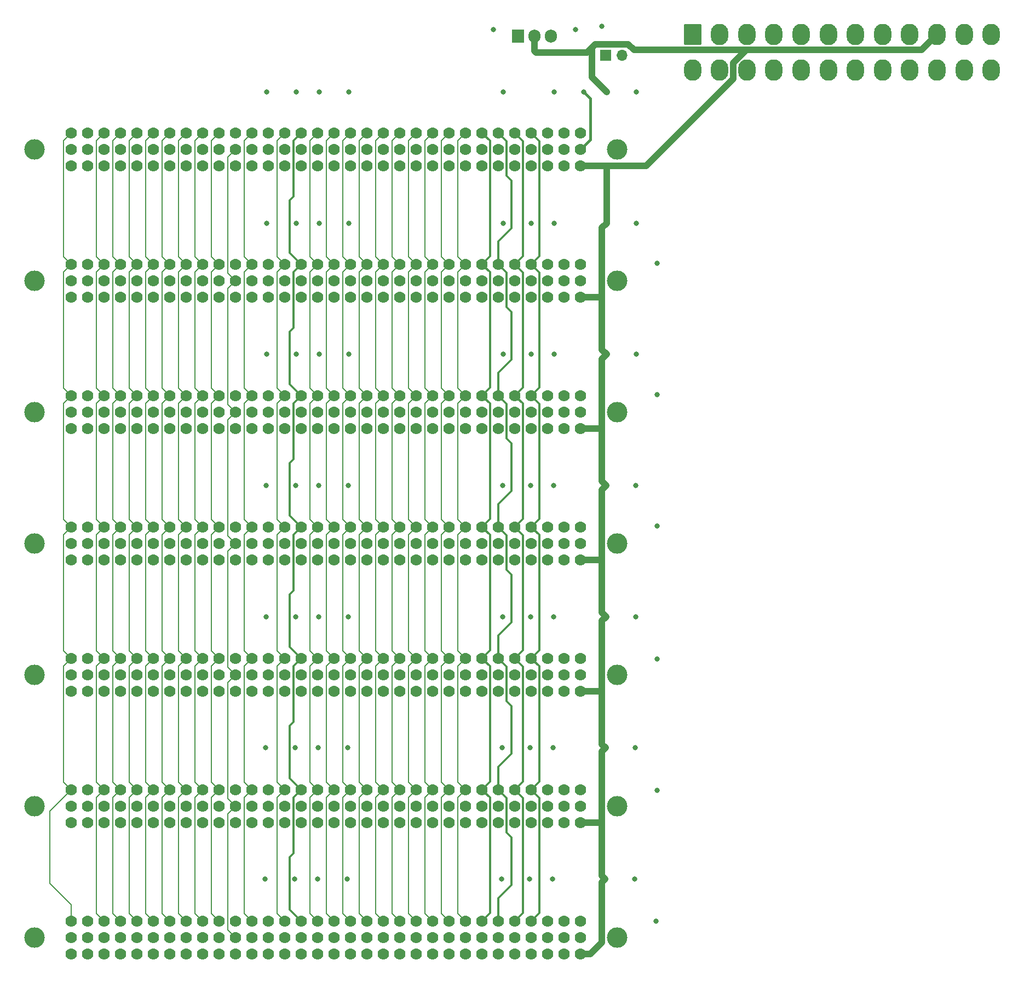
<source format=gbr>
%TF.GenerationSoftware,KiCad,Pcbnew,(6.0.7)*%
%TF.CreationDate,2023-04-17T16:20:31-06:00*%
%TF.ProjectId,Malebolge,4d616c65-626f-46c6-9765-2e6b69636164,rev?*%
%TF.SameCoordinates,Original*%
%TF.FileFunction,Copper,L4,Bot*%
%TF.FilePolarity,Positive*%
%FSLAX46Y46*%
G04 Gerber Fmt 4.6, Leading zero omitted, Abs format (unit mm)*
G04 Created by KiCad (PCBNEW (6.0.7)) date 2023-04-17 16:20:31*
%MOMM*%
%LPD*%
G01*
G04 APERTURE LIST*
G04 Aperture macros list*
%AMRoundRect*
0 Rectangle with rounded corners*
0 $1 Rounding radius*
0 $2 $3 $4 $5 $6 $7 $8 $9 X,Y pos of 4 corners*
0 Add a 4 corners polygon primitive as box body*
4,1,4,$2,$3,$4,$5,$6,$7,$8,$9,$2,$3,0*
0 Add four circle primitives for the rounded corners*
1,1,$1+$1,$2,$3*
1,1,$1+$1,$4,$5*
1,1,$1+$1,$6,$7*
1,1,$1+$1,$8,$9*
0 Add four rect primitives between the rounded corners*
20,1,$1+$1,$2,$3,$4,$5,0*
20,1,$1+$1,$4,$5,$6,$7,0*
20,1,$1+$1,$6,$7,$8,$9,0*
20,1,$1+$1,$8,$9,$2,$3,0*%
G04 Aperture macros list end*
%TA.AperFunction,ComponentPad*%
%ADD10R,1.905000X2.000000*%
%TD*%
%TA.AperFunction,ComponentPad*%
%ADD11O,1.905000X2.000000*%
%TD*%
%TA.AperFunction,ComponentPad*%
%ADD12R,1.700000X1.700000*%
%TD*%
%TA.AperFunction,ComponentPad*%
%ADD13O,1.700000X1.700000*%
%TD*%
%TA.AperFunction,ComponentPad*%
%ADD14RoundRect,0.250001X-1.099999X-1.399999X1.099999X-1.399999X1.099999X1.399999X-1.099999X1.399999X0*%
%TD*%
%TA.AperFunction,ComponentPad*%
%ADD15O,2.700000X3.300000*%
%TD*%
%TA.AperFunction,ComponentPad*%
%ADD16C,1.778000*%
%TD*%
%TA.AperFunction,ComponentPad*%
%ADD17C,3.175000*%
%TD*%
%TA.AperFunction,ViaPad*%
%ADD18C,0.800000*%
%TD*%
%TA.AperFunction,Conductor*%
%ADD19C,0.300000*%
%TD*%
%TA.AperFunction,Conductor*%
%ADD20C,0.200000*%
%TD*%
%TA.AperFunction,Conductor*%
%ADD21C,1.000000*%
%TD*%
%TA.AperFunction,Conductor*%
%ADD22C,0.400000*%
%TD*%
G04 APERTURE END LIST*
D10*
%TO.P,U1,1,GND*%
%TO.N,GND*%
X90678000Y-14224000D03*
D11*
%TO.P,U1,2,VI*%
%TO.N,+12V*%
X93218000Y-14224000D03*
%TO.P,U1,3,VO*%
%TO.N,-5V*%
X95758000Y-14224000D03*
%TD*%
D12*
%TO.P,J2,1,Pin_1*%
%TO.N,GND*%
X104160000Y-17247000D03*
D13*
%TO.P,J2,2,Pin_2*%
%TO.N,Net-(J1-Pad16)*%
X106700000Y-17247000D03*
%TD*%
D14*
%TO.P,J1,1,+3.3V*%
%TO.N,unconnected-(J1-Pad1)*%
X117616000Y-14022000D03*
D15*
%TO.P,J1,2,+3.3V*%
X121816000Y-14022000D03*
%TO.P,J1,3,GND*%
%TO.N,GND*%
X126016000Y-14022000D03*
%TO.P,J1,4,+5V*%
%TO.N,VCC*%
X130216000Y-14022000D03*
%TO.P,J1,5,GND*%
%TO.N,GND*%
X134416000Y-14022000D03*
%TO.P,J1,6,+5V*%
%TO.N,VCC*%
X138616000Y-14022000D03*
%TO.P,J1,7,GND*%
%TO.N,GND*%
X142816000Y-14022000D03*
%TO.P,J1,8,PWR_OK*%
%TO.N,Net-(J1-Pad8)*%
X147016000Y-14022000D03*
%TO.P,J1,9,+5VSB*%
%TO.N,/+5VSB*%
X151216000Y-14022000D03*
%TO.P,J1,10,+12V*%
%TO.N,+12V*%
X155416000Y-14022000D03*
%TO.P,J1,11,+12V*%
X159616000Y-14022000D03*
%TO.P,J1,12,+3.3V*%
%TO.N,unconnected-(J1-Pad1)*%
X163816000Y-14022000D03*
%TO.P,J1,13,+3.3V*%
X117616000Y-19522000D03*
%TO.P,J1,14,-12V*%
%TO.N,-12V*%
X121816000Y-19522000D03*
%TO.P,J1,15,GND*%
%TO.N,GND*%
X126016000Y-19522000D03*
%TO.P,J1,16,PS_ON#*%
%TO.N,Net-(J1-Pad16)*%
X130216000Y-19522000D03*
%TO.P,J1,17,GND*%
%TO.N,GND*%
X134416000Y-19522000D03*
%TO.P,J1,18,GND*%
X138616000Y-19522000D03*
%TO.P,J1,19,GND*%
X142816000Y-19522000D03*
%TO.P,J1,20,NC*%
%TO.N,unconnected-(J1-Pad20)*%
X147016000Y-19522000D03*
%TO.P,J1,21,+5V*%
%TO.N,VCC*%
X151216000Y-19522000D03*
%TO.P,J1,22,+5V*%
X155416000Y-19522000D03*
%TO.P,J1,23,+5V*%
X159616000Y-19522000D03*
%TO.P,J1,24,GND*%
%TO.N,GND*%
X163816000Y-19522000D03*
%TD*%
D16*
%TO.P,BUS7,A1,A1*%
%TO.N,-12V*%
X100330000Y-151130000D03*
%TO.P,BUS7,A2,A2*%
%TO.N,/~{CS1}*%
X97790000Y-151130000D03*
%TO.P,BUS7,A3,A3*%
%TO.N,GND*%
X95250000Y-151130000D03*
%TO.P,BUS7,A4,A4*%
%TO.N,/DB15*%
X92710000Y-151130000D03*
%TO.P,BUS7,A5,A5*%
%TO.N,/DB14*%
X90170000Y-151130000D03*
%TO.P,BUS7,A6,A6*%
%TO.N,/DB13*%
X87630000Y-151130000D03*
%TO.P,BUS7,A7,A7*%
%TO.N,/DB12*%
X85090000Y-151130000D03*
%TO.P,BUS7,A8,A8*%
%TO.N,/DB11*%
X82550000Y-151130000D03*
%TO.P,BUS7,A9,A9*%
%TO.N,/DB10*%
X80010000Y-151130000D03*
%TO.P,BUS7,A10,A10*%
%TO.N,/DB9*%
X77470000Y-151130000D03*
%TO.P,BUS7,A11,A11*%
%TO.N,/DB8*%
X74930000Y-151130000D03*
%TO.P,BUS7,A12,A12*%
%TO.N,/DB7*%
X72390000Y-151130000D03*
%TO.P,BUS7,A13,A13*%
%TO.N,/DB6*%
X69850000Y-151130000D03*
%TO.P,BUS7,A14,A14*%
%TO.N,/DB5*%
X67310000Y-151130000D03*
%TO.P,BUS7,A15,A15*%
%TO.N,/DB4*%
X64770000Y-151130000D03*
%TO.P,BUS7,A16,A16*%
%TO.N,/DB3*%
X62230000Y-151130000D03*
%TO.P,BUS7,A17,A17*%
%TO.N,/DB2*%
X59690000Y-151130000D03*
%TO.P,BUS7,A18,A18*%
%TO.N,/DB1*%
X57150000Y-151130000D03*
%TO.P,BUS7,A19,A19*%
%TO.N,/DB0*%
X54610000Y-151130000D03*
%TO.P,BUS7,A20,A20*%
%TO.N,VCC*%
X52070000Y-151130000D03*
%TO.P,BUS7,A21,A21*%
%TO.N,/~{RESET}*%
X49530000Y-151130000D03*
%TO.P,BUS7,A22,A22*%
%TO.N,unconnected-(BUS7-PadA22)*%
X46990000Y-151130000D03*
%TO.P,BUS7,A23,A23*%
%TO.N,/B~{AS}*%
X44450000Y-151130000D03*
%TO.P,BUS7,A24,A24*%
%TO.N,/B~{UDS}*%
X41910000Y-151130000D03*
%TO.P,BUS7,A25,A25*%
%TO.N,/B~{LDS}*%
X39370000Y-151130000D03*
%TO.P,BUS7,A26,A26*%
%TO.N,/BR{slash}~{W}*%
X36830000Y-151130000D03*
%TO.P,BUS7,A27,A27*%
%TO.N,/~{DTACK}*%
X34290000Y-151130000D03*
%TO.P,BUS7,A28,A28*%
%TO.N,/~{BG}*%
X31750000Y-151130000D03*
%TO.P,BUS7,A29,A29*%
%TO.N,/~{BGACK}*%
X29210000Y-151130000D03*
%TO.P,BUS7,A30,A30*%
%TO.N,/~{BR}*%
X26670000Y-151130000D03*
%TO.P,BUS7,A31,A31*%
%TO.N,unconnected-(BUS7-PadA31)*%
X24130000Y-151130000D03*
%TO.P,BUS7,A32,A32*%
%TO.N,/B~{AVEC}*%
X21590000Y-151130000D03*
%TO.P,BUS7,B1,B1*%
%TO.N,-5V*%
X100330000Y-153670000D03*
%TO.P,BUS7,B2,B2*%
%TO.N,+12V*%
X97790000Y-153670000D03*
%TO.P,BUS7,B3,B3*%
%TO.N,-12V*%
X95250000Y-153670000D03*
%TO.P,BUS7,B4,B4*%
%TO.N,GND*%
X92710000Y-153670000D03*
%TO.P,BUS7,B5,B5*%
%TO.N,/~{DACK}*%
X90170000Y-153670000D03*
%TO.P,BUS7,B6,B6*%
%TO.N,/~{DONE}*%
X87630000Y-153670000D03*
%TO.P,BUS7,B7,B7*%
%TO.N,/~{WDOG}*%
X85090000Y-153670000D03*
%TO.P,BUS7,B8,B8*%
%TO.N,/~{TOUT2}*%
X82550000Y-153670000D03*
%TO.P,BUS7,B9,B9*%
%TO.N,/TIN2*%
X80010000Y-153670000D03*
%TO.P,BUS7,B10,B10*%
%TO.N,/~{TOUT1}*%
X77470000Y-153670000D03*
%TO.P,BUS7,B11,B11*%
%TO.N,/TIN1*%
X74930000Y-153670000D03*
%TO.P,BUS7,B12,B12*%
%TO.N,/~{BERR}*%
X72390000Y-153670000D03*
%TO.P,BUS7,B13,B13*%
%TO.N,/~{IPL2}*%
X69850000Y-153670000D03*
%TO.P,BUS7,B14,B14*%
%TO.N,/~{IPL1}*%
X67310000Y-153670000D03*
%TO.P,BUS7,B15,B15*%
%TO.N,/~{IPL0}*%
X64770000Y-153670000D03*
%TO.P,BUS7,B16,B16*%
%TO.N,VCC*%
X62230000Y-153670000D03*
%TO.P,BUS7,B17,B17*%
X59690000Y-153670000D03*
%TO.P,BUS7,B18,B18*%
X57150000Y-153670000D03*
%TO.P,BUS7,B19,B19*%
X54610000Y-153670000D03*
%TO.P,BUS7,B20,B20*%
X52070000Y-153670000D03*
%TO.P,BUS7,B21,B21*%
%TO.N,/~{HALT}*%
X49530000Y-153670000D03*
%TO.P,BUS7,B22,B22*%
%TO.N,/~{CS2}*%
X46990000Y-153670000D03*
%TO.P,BUS7,B23,B23*%
%TO.N,/~{CS3}*%
X44450000Y-153670000D03*
%TO.P,BUS7,B24,B24*%
%TO.N,GND*%
X41910000Y-153670000D03*
%TO.P,BUS7,B25,B25*%
X39370000Y-153670000D03*
%TO.P,BUS7,B26,B26*%
X36830000Y-153670000D03*
%TO.P,BUS7,B27,B27*%
X34290000Y-153670000D03*
%TO.P,BUS7,B28,B28*%
X31750000Y-153670000D03*
%TO.P,BUS7,B29,B29*%
X29210000Y-153670000D03*
%TO.P,BUS7,B30,B30*%
X26670000Y-153670000D03*
%TO.P,BUS7,B31,B31*%
X24130000Y-153670000D03*
%TO.P,BUS7,B32,B32*%
X21590000Y-153670000D03*
%TO.P,BUS7,C1,C1*%
%TO.N,+12V*%
X100330000Y-156210000D03*
%TO.P,BUS7,C2,C2*%
X97790000Y-156210000D03*
%TO.P,BUS7,C3,C3*%
%TO.N,GND*%
X95250000Y-156210000D03*
%TO.P,BUS7,C4,C4*%
%TO.N,/CLKO*%
X92710000Y-156210000D03*
%TO.P,BUS7,C5,C5*%
X90170000Y-156210000D03*
%TO.P,BUS7,C6,C6*%
%TO.N,unconnected-(BUS7-PadC6)*%
X87630000Y-156210000D03*
%TO.P,BUS7,C7,C7*%
%TO.N,/BA23*%
X85090000Y-156210000D03*
%TO.P,BUS7,C8,C8*%
%TO.N,/BA22*%
X82550000Y-156210000D03*
%TO.P,BUS7,C9,C9*%
%TO.N,/BA21*%
X80010000Y-156210000D03*
%TO.P,BUS7,C10,C10*%
%TO.N,/BA20*%
X77470000Y-156210000D03*
%TO.P,BUS7,C11,C11*%
%TO.N,/BA19*%
X74930000Y-156210000D03*
%TO.P,BUS7,C12,C12*%
%TO.N,/BA18*%
X72390000Y-156210000D03*
%TO.P,BUS7,C13,C13*%
%TO.N,/BA17*%
X69850000Y-156210000D03*
%TO.P,BUS7,C14,C14*%
%TO.N,/BA16*%
X67310000Y-156210000D03*
%TO.P,BUS7,C15,C15*%
%TO.N,/BA15*%
X64770000Y-156210000D03*
%TO.P,BUS7,C16,C16*%
%TO.N,/BA14*%
X62230000Y-156210000D03*
%TO.P,BUS7,C17,C17*%
%TO.N,/BA13*%
X59690000Y-156210000D03*
%TO.P,BUS7,C18,C18*%
%TO.N,/BA12*%
X57150000Y-156210000D03*
%TO.P,BUS7,C19,C19*%
%TO.N,/BA11*%
X54610000Y-156210000D03*
%TO.P,BUS7,C20,C20*%
%TO.N,/BA10*%
X52070000Y-156210000D03*
%TO.P,BUS7,C21,C21*%
%TO.N,/BA9*%
X49530000Y-156210000D03*
%TO.P,BUS7,C22,C22*%
%TO.N,/BA8*%
X46990000Y-156210000D03*
%TO.P,BUS7,C23,C23*%
%TO.N,/BA7*%
X44450000Y-156210000D03*
%TO.P,BUS7,C24,C24*%
%TO.N,/BA6*%
X41910000Y-156210000D03*
%TO.P,BUS7,C25,C25*%
%TO.N,/BA5*%
X39370000Y-156210000D03*
%TO.P,BUS7,C26,C26*%
%TO.N,/BA4*%
X36830000Y-156210000D03*
%TO.P,BUS7,C27,C27*%
%TO.N,/BA3*%
X34290000Y-156210000D03*
%TO.P,BUS7,C28,C28*%
%TO.N,/BA2*%
X31750000Y-156210000D03*
%TO.P,BUS7,C29,C29*%
%TO.N,/BA1*%
X29210000Y-156210000D03*
%TO.P,BUS7,C30,C30*%
%TO.N,/BFC0*%
X26670000Y-156210000D03*
%TO.P,BUS7,C31,C31*%
%TO.N,/BFC1*%
X24130000Y-156210000D03*
%TO.P,BUS7,C32,C32*%
%TO.N,/BFC2*%
X21590000Y-156210000D03*
D17*
%TO.P,BUS7,M,M*%
%TO.N,GND*%
X15913100Y-153670000D03*
X106006900Y-153670000D03*
%TD*%
D16*
%TO.P,BUS6,A1,A1*%
%TO.N,-12V*%
X100330000Y-130810000D03*
%TO.P,BUS6,A2,A2*%
%TO.N,/~{CS1}*%
X97790000Y-130810000D03*
%TO.P,BUS6,A3,A3*%
%TO.N,GND*%
X95250000Y-130810000D03*
%TO.P,BUS6,A4,A4*%
%TO.N,/DB15*%
X92710000Y-130810000D03*
%TO.P,BUS6,A5,A5*%
%TO.N,/DB14*%
X90170000Y-130810000D03*
%TO.P,BUS6,A6,A6*%
%TO.N,/DB13*%
X87630000Y-130810000D03*
%TO.P,BUS6,A7,A7*%
%TO.N,/DB12*%
X85090000Y-130810000D03*
%TO.P,BUS6,A8,A8*%
%TO.N,/DB11*%
X82550000Y-130810000D03*
%TO.P,BUS6,A9,A9*%
%TO.N,/DB10*%
X80010000Y-130810000D03*
%TO.P,BUS6,A10,A10*%
%TO.N,/DB9*%
X77470000Y-130810000D03*
%TO.P,BUS6,A11,A11*%
%TO.N,/DB8*%
X74930000Y-130810000D03*
%TO.P,BUS6,A12,A12*%
%TO.N,/DB7*%
X72390000Y-130810000D03*
%TO.P,BUS6,A13,A13*%
%TO.N,/DB6*%
X69850000Y-130810000D03*
%TO.P,BUS6,A14,A14*%
%TO.N,/DB5*%
X67310000Y-130810000D03*
%TO.P,BUS6,A15,A15*%
%TO.N,/DB4*%
X64770000Y-130810000D03*
%TO.P,BUS6,A16,A16*%
%TO.N,/DB3*%
X62230000Y-130810000D03*
%TO.P,BUS6,A17,A17*%
%TO.N,/DB2*%
X59690000Y-130810000D03*
%TO.P,BUS6,A18,A18*%
%TO.N,/DB1*%
X57150000Y-130810000D03*
%TO.P,BUS6,A19,A19*%
%TO.N,/DB0*%
X54610000Y-130810000D03*
%TO.P,BUS6,A20,A20*%
%TO.N,VCC*%
X52070000Y-130810000D03*
%TO.P,BUS6,A21,A21*%
%TO.N,/~{RESET}*%
X49530000Y-130810000D03*
%TO.P,BUS6,A22,A22*%
%TO.N,unconnected-(BUS6-PadA22)*%
X46990000Y-130810000D03*
%TO.P,BUS6,A23,A23*%
%TO.N,/B~{AS}*%
X44450000Y-130810000D03*
%TO.P,BUS6,A24,A24*%
%TO.N,/B~{UDS}*%
X41910000Y-130810000D03*
%TO.P,BUS6,A25,A25*%
%TO.N,/B~{LDS}*%
X39370000Y-130810000D03*
%TO.P,BUS6,A26,A26*%
%TO.N,/BR{slash}~{W}*%
X36830000Y-130810000D03*
%TO.P,BUS6,A27,A27*%
%TO.N,/~{DTACK}*%
X34290000Y-130810000D03*
%TO.P,BUS6,A28,A28*%
%TO.N,/~{BG}*%
X31750000Y-130810000D03*
%TO.P,BUS6,A29,A29*%
%TO.N,/~{BGACK}*%
X29210000Y-130810000D03*
%TO.P,BUS6,A30,A30*%
%TO.N,/~{BR}*%
X26670000Y-130810000D03*
%TO.P,BUS6,A31,A31*%
%TO.N,unconnected-(BUS6-PadA31)*%
X24130000Y-130810000D03*
%TO.P,BUS6,A32,A32*%
%TO.N,/B~{AVEC}*%
X21590000Y-130810000D03*
%TO.P,BUS6,B1,B1*%
%TO.N,-5V*%
X100330000Y-133350000D03*
%TO.P,BUS6,B2,B2*%
%TO.N,+12V*%
X97790000Y-133350000D03*
%TO.P,BUS6,B3,B3*%
%TO.N,-12V*%
X95250000Y-133350000D03*
%TO.P,BUS6,B4,B4*%
%TO.N,GND*%
X92710000Y-133350000D03*
%TO.P,BUS6,B5,B5*%
%TO.N,/~{DACK}*%
X90170000Y-133350000D03*
%TO.P,BUS6,B6,B6*%
%TO.N,/~{DONE}*%
X87630000Y-133350000D03*
%TO.P,BUS6,B7,B7*%
%TO.N,/~{WDOG}*%
X85090000Y-133350000D03*
%TO.P,BUS6,B8,B8*%
%TO.N,/~{TOUT2}*%
X82550000Y-133350000D03*
%TO.P,BUS6,B9,B9*%
%TO.N,/TIN2*%
X80010000Y-133350000D03*
%TO.P,BUS6,B10,B10*%
%TO.N,/~{TOUT1}*%
X77470000Y-133350000D03*
%TO.P,BUS6,B11,B11*%
%TO.N,/TIN1*%
X74930000Y-133350000D03*
%TO.P,BUS6,B12,B12*%
%TO.N,/~{BERR}*%
X72390000Y-133350000D03*
%TO.P,BUS6,B13,B13*%
%TO.N,/~{IPL2}*%
X69850000Y-133350000D03*
%TO.P,BUS6,B14,B14*%
%TO.N,/~{IPL1}*%
X67310000Y-133350000D03*
%TO.P,BUS6,B15,B15*%
%TO.N,/~{IPL0}*%
X64770000Y-133350000D03*
%TO.P,BUS6,B16,B16*%
%TO.N,VCC*%
X62230000Y-133350000D03*
%TO.P,BUS6,B17,B17*%
X59690000Y-133350000D03*
%TO.P,BUS6,B18,B18*%
X57150000Y-133350000D03*
%TO.P,BUS6,B19,B19*%
X54610000Y-133350000D03*
%TO.P,BUS6,B20,B20*%
X52070000Y-133350000D03*
%TO.P,BUS6,B21,B21*%
%TO.N,/~{HALT}*%
X49530000Y-133350000D03*
%TO.P,BUS6,B22,B22*%
%TO.N,/~{CS2}*%
X46990000Y-133350000D03*
%TO.P,BUS6,B23,B23*%
%TO.N,/~{CS3}*%
X44450000Y-133350000D03*
%TO.P,BUS6,B24,B24*%
%TO.N,GND*%
X41910000Y-133350000D03*
%TO.P,BUS6,B25,B25*%
X39370000Y-133350000D03*
%TO.P,BUS6,B26,B26*%
X36830000Y-133350000D03*
%TO.P,BUS6,B27,B27*%
X34290000Y-133350000D03*
%TO.P,BUS6,B28,B28*%
X31750000Y-133350000D03*
%TO.P,BUS6,B29,B29*%
X29210000Y-133350000D03*
%TO.P,BUS6,B30,B30*%
X26670000Y-133350000D03*
%TO.P,BUS6,B31,B31*%
X24130000Y-133350000D03*
%TO.P,BUS6,B32,B32*%
X21590000Y-133350000D03*
%TO.P,BUS6,C1,C1*%
%TO.N,+12V*%
X100330000Y-135890000D03*
%TO.P,BUS6,C2,C2*%
X97790000Y-135890000D03*
%TO.P,BUS6,C3,C3*%
%TO.N,GND*%
X95250000Y-135890000D03*
%TO.P,BUS6,C4,C4*%
%TO.N,/CLKO*%
X92710000Y-135890000D03*
%TO.P,BUS6,C5,C5*%
X90170000Y-135890000D03*
%TO.P,BUS6,C6,C6*%
%TO.N,unconnected-(BUS6-PadC6)*%
X87630000Y-135890000D03*
%TO.P,BUS6,C7,C7*%
%TO.N,/BA23*%
X85090000Y-135890000D03*
%TO.P,BUS6,C8,C8*%
%TO.N,/BA22*%
X82550000Y-135890000D03*
%TO.P,BUS6,C9,C9*%
%TO.N,/BA21*%
X80010000Y-135890000D03*
%TO.P,BUS6,C10,C10*%
%TO.N,/BA20*%
X77470000Y-135890000D03*
%TO.P,BUS6,C11,C11*%
%TO.N,/BA19*%
X74930000Y-135890000D03*
%TO.P,BUS6,C12,C12*%
%TO.N,/BA18*%
X72390000Y-135890000D03*
%TO.P,BUS6,C13,C13*%
%TO.N,/BA17*%
X69850000Y-135890000D03*
%TO.P,BUS6,C14,C14*%
%TO.N,/BA16*%
X67310000Y-135890000D03*
%TO.P,BUS6,C15,C15*%
%TO.N,/BA15*%
X64770000Y-135890000D03*
%TO.P,BUS6,C16,C16*%
%TO.N,/BA14*%
X62230000Y-135890000D03*
%TO.P,BUS6,C17,C17*%
%TO.N,/BA13*%
X59690000Y-135890000D03*
%TO.P,BUS6,C18,C18*%
%TO.N,/BA12*%
X57150000Y-135890000D03*
%TO.P,BUS6,C19,C19*%
%TO.N,/BA11*%
X54610000Y-135890000D03*
%TO.P,BUS6,C20,C20*%
%TO.N,/BA10*%
X52070000Y-135890000D03*
%TO.P,BUS6,C21,C21*%
%TO.N,/BA9*%
X49530000Y-135890000D03*
%TO.P,BUS6,C22,C22*%
%TO.N,/BA8*%
X46990000Y-135890000D03*
%TO.P,BUS6,C23,C23*%
%TO.N,/BA7*%
X44450000Y-135890000D03*
%TO.P,BUS6,C24,C24*%
%TO.N,/BA6*%
X41910000Y-135890000D03*
%TO.P,BUS6,C25,C25*%
%TO.N,/BA5*%
X39370000Y-135890000D03*
%TO.P,BUS6,C26,C26*%
%TO.N,/BA4*%
X36830000Y-135890000D03*
%TO.P,BUS6,C27,C27*%
%TO.N,/BA3*%
X34290000Y-135890000D03*
%TO.P,BUS6,C28,C28*%
%TO.N,/BA2*%
X31750000Y-135890000D03*
%TO.P,BUS6,C29,C29*%
%TO.N,/BA1*%
X29210000Y-135890000D03*
%TO.P,BUS6,C30,C30*%
%TO.N,/BFC0*%
X26670000Y-135890000D03*
%TO.P,BUS6,C31,C31*%
%TO.N,/BFC1*%
X24130000Y-135890000D03*
%TO.P,BUS6,C32,C32*%
%TO.N,/BFC2*%
X21590000Y-135890000D03*
D17*
%TO.P,BUS6,M,M*%
%TO.N,GND*%
X15913100Y-133350000D03*
X106006900Y-133350000D03*
%TD*%
D16*
%TO.P,BUS5,A1,A1*%
%TO.N,-12V*%
X100330000Y-110490000D03*
%TO.P,BUS5,A2,A2*%
%TO.N,/~{CS1}*%
X97790000Y-110490000D03*
%TO.P,BUS5,A3,A3*%
%TO.N,GND*%
X95250000Y-110490000D03*
%TO.P,BUS5,A4,A4*%
%TO.N,/DB15*%
X92710000Y-110490000D03*
%TO.P,BUS5,A5,A5*%
%TO.N,/DB14*%
X90170000Y-110490000D03*
%TO.P,BUS5,A6,A6*%
%TO.N,/DB13*%
X87630000Y-110490000D03*
%TO.P,BUS5,A7,A7*%
%TO.N,/DB12*%
X85090000Y-110490000D03*
%TO.P,BUS5,A8,A8*%
%TO.N,/DB11*%
X82550000Y-110490000D03*
%TO.P,BUS5,A9,A9*%
%TO.N,/DB10*%
X80010000Y-110490000D03*
%TO.P,BUS5,A10,A10*%
%TO.N,/DB9*%
X77470000Y-110490000D03*
%TO.P,BUS5,A11,A11*%
%TO.N,/DB8*%
X74930000Y-110490000D03*
%TO.P,BUS5,A12,A12*%
%TO.N,/DB7*%
X72390000Y-110490000D03*
%TO.P,BUS5,A13,A13*%
%TO.N,/DB6*%
X69850000Y-110490000D03*
%TO.P,BUS5,A14,A14*%
%TO.N,/DB5*%
X67310000Y-110490000D03*
%TO.P,BUS5,A15,A15*%
%TO.N,/DB4*%
X64770000Y-110490000D03*
%TO.P,BUS5,A16,A16*%
%TO.N,/DB3*%
X62230000Y-110490000D03*
%TO.P,BUS5,A17,A17*%
%TO.N,/DB2*%
X59690000Y-110490000D03*
%TO.P,BUS5,A18,A18*%
%TO.N,/DB1*%
X57150000Y-110490000D03*
%TO.P,BUS5,A19,A19*%
%TO.N,/DB0*%
X54610000Y-110490000D03*
%TO.P,BUS5,A20,A20*%
%TO.N,VCC*%
X52070000Y-110490000D03*
%TO.P,BUS5,A21,A21*%
%TO.N,/~{RESET}*%
X49530000Y-110490000D03*
%TO.P,BUS5,A22,A22*%
%TO.N,unconnected-(BUS5-PadA22)*%
X46990000Y-110490000D03*
%TO.P,BUS5,A23,A23*%
%TO.N,/B~{AS}*%
X44450000Y-110490000D03*
%TO.P,BUS5,A24,A24*%
%TO.N,/B~{UDS}*%
X41910000Y-110490000D03*
%TO.P,BUS5,A25,A25*%
%TO.N,/B~{LDS}*%
X39370000Y-110490000D03*
%TO.P,BUS5,A26,A26*%
%TO.N,/BR{slash}~{W}*%
X36830000Y-110490000D03*
%TO.P,BUS5,A27,A27*%
%TO.N,/~{DTACK}*%
X34290000Y-110490000D03*
%TO.P,BUS5,A28,A28*%
%TO.N,/~{BG}*%
X31750000Y-110490000D03*
%TO.P,BUS5,A29,A29*%
%TO.N,/~{BGACK}*%
X29210000Y-110490000D03*
%TO.P,BUS5,A30,A30*%
%TO.N,/~{BR}*%
X26670000Y-110490000D03*
%TO.P,BUS5,A31,A31*%
%TO.N,unconnected-(BUS5-PadA31)*%
X24130000Y-110490000D03*
%TO.P,BUS5,A32,A32*%
%TO.N,/B~{AVEC}*%
X21590000Y-110490000D03*
%TO.P,BUS5,B1,B1*%
%TO.N,-5V*%
X100330000Y-113030000D03*
%TO.P,BUS5,B2,B2*%
%TO.N,+12V*%
X97790000Y-113030000D03*
%TO.P,BUS5,B3,B3*%
%TO.N,-12V*%
X95250000Y-113030000D03*
%TO.P,BUS5,B4,B4*%
%TO.N,GND*%
X92710000Y-113030000D03*
%TO.P,BUS5,B5,B5*%
%TO.N,/~{DACK}*%
X90170000Y-113030000D03*
%TO.P,BUS5,B6,B6*%
%TO.N,/~{DONE}*%
X87630000Y-113030000D03*
%TO.P,BUS5,B7,B7*%
%TO.N,/~{WDOG}*%
X85090000Y-113030000D03*
%TO.P,BUS5,B8,B8*%
%TO.N,/~{TOUT2}*%
X82550000Y-113030000D03*
%TO.P,BUS5,B9,B9*%
%TO.N,/TIN2*%
X80010000Y-113030000D03*
%TO.P,BUS5,B10,B10*%
%TO.N,/~{TOUT1}*%
X77470000Y-113030000D03*
%TO.P,BUS5,B11,B11*%
%TO.N,/TIN1*%
X74930000Y-113030000D03*
%TO.P,BUS5,B12,B12*%
%TO.N,/~{BERR}*%
X72390000Y-113030000D03*
%TO.P,BUS5,B13,B13*%
%TO.N,/~{IPL2}*%
X69850000Y-113030000D03*
%TO.P,BUS5,B14,B14*%
%TO.N,/~{IPL1}*%
X67310000Y-113030000D03*
%TO.P,BUS5,B15,B15*%
%TO.N,/~{IPL0}*%
X64770000Y-113030000D03*
%TO.P,BUS5,B16,B16*%
%TO.N,VCC*%
X62230000Y-113030000D03*
%TO.P,BUS5,B17,B17*%
X59690000Y-113030000D03*
%TO.P,BUS5,B18,B18*%
X57150000Y-113030000D03*
%TO.P,BUS5,B19,B19*%
X54610000Y-113030000D03*
%TO.P,BUS5,B20,B20*%
X52070000Y-113030000D03*
%TO.P,BUS5,B21,B21*%
%TO.N,/~{HALT}*%
X49530000Y-113030000D03*
%TO.P,BUS5,B22,B22*%
%TO.N,/~{CS2}*%
X46990000Y-113030000D03*
%TO.P,BUS5,B23,B23*%
%TO.N,/~{CS3}*%
X44450000Y-113030000D03*
%TO.P,BUS5,B24,B24*%
%TO.N,GND*%
X41910000Y-113030000D03*
%TO.P,BUS5,B25,B25*%
X39370000Y-113030000D03*
%TO.P,BUS5,B26,B26*%
X36830000Y-113030000D03*
%TO.P,BUS5,B27,B27*%
X34290000Y-113030000D03*
%TO.P,BUS5,B28,B28*%
X31750000Y-113030000D03*
%TO.P,BUS5,B29,B29*%
X29210000Y-113030000D03*
%TO.P,BUS5,B30,B30*%
X26670000Y-113030000D03*
%TO.P,BUS5,B31,B31*%
X24130000Y-113030000D03*
%TO.P,BUS5,B32,B32*%
X21590000Y-113030000D03*
%TO.P,BUS5,C1,C1*%
%TO.N,+12V*%
X100330000Y-115570000D03*
%TO.P,BUS5,C2,C2*%
X97790000Y-115570000D03*
%TO.P,BUS5,C3,C3*%
%TO.N,GND*%
X95250000Y-115570000D03*
%TO.P,BUS5,C4,C4*%
%TO.N,/CLKO*%
X92710000Y-115570000D03*
%TO.P,BUS5,C5,C5*%
X90170000Y-115570000D03*
%TO.P,BUS5,C6,C6*%
%TO.N,unconnected-(BUS5-PadC6)*%
X87630000Y-115570000D03*
%TO.P,BUS5,C7,C7*%
%TO.N,/BA23*%
X85090000Y-115570000D03*
%TO.P,BUS5,C8,C8*%
%TO.N,/BA22*%
X82550000Y-115570000D03*
%TO.P,BUS5,C9,C9*%
%TO.N,/BA21*%
X80010000Y-115570000D03*
%TO.P,BUS5,C10,C10*%
%TO.N,/BA20*%
X77470000Y-115570000D03*
%TO.P,BUS5,C11,C11*%
%TO.N,/BA19*%
X74930000Y-115570000D03*
%TO.P,BUS5,C12,C12*%
%TO.N,/BA18*%
X72390000Y-115570000D03*
%TO.P,BUS5,C13,C13*%
%TO.N,/BA17*%
X69850000Y-115570000D03*
%TO.P,BUS5,C14,C14*%
%TO.N,/BA16*%
X67310000Y-115570000D03*
%TO.P,BUS5,C15,C15*%
%TO.N,/BA15*%
X64770000Y-115570000D03*
%TO.P,BUS5,C16,C16*%
%TO.N,/BA14*%
X62230000Y-115570000D03*
%TO.P,BUS5,C17,C17*%
%TO.N,/BA13*%
X59690000Y-115570000D03*
%TO.P,BUS5,C18,C18*%
%TO.N,/BA12*%
X57150000Y-115570000D03*
%TO.P,BUS5,C19,C19*%
%TO.N,/BA11*%
X54610000Y-115570000D03*
%TO.P,BUS5,C20,C20*%
%TO.N,/BA10*%
X52070000Y-115570000D03*
%TO.P,BUS5,C21,C21*%
%TO.N,/BA9*%
X49530000Y-115570000D03*
%TO.P,BUS5,C22,C22*%
%TO.N,/BA8*%
X46990000Y-115570000D03*
%TO.P,BUS5,C23,C23*%
%TO.N,/BA7*%
X44450000Y-115570000D03*
%TO.P,BUS5,C24,C24*%
%TO.N,/BA6*%
X41910000Y-115570000D03*
%TO.P,BUS5,C25,C25*%
%TO.N,/BA5*%
X39370000Y-115570000D03*
%TO.P,BUS5,C26,C26*%
%TO.N,/BA4*%
X36830000Y-115570000D03*
%TO.P,BUS5,C27,C27*%
%TO.N,/BA3*%
X34290000Y-115570000D03*
%TO.P,BUS5,C28,C28*%
%TO.N,/BA2*%
X31750000Y-115570000D03*
%TO.P,BUS5,C29,C29*%
%TO.N,/BA1*%
X29210000Y-115570000D03*
%TO.P,BUS5,C30,C30*%
%TO.N,/BFC0*%
X26670000Y-115570000D03*
%TO.P,BUS5,C31,C31*%
%TO.N,/BFC1*%
X24130000Y-115570000D03*
%TO.P,BUS5,C32,C32*%
%TO.N,/BFC2*%
X21590000Y-115570000D03*
D17*
%TO.P,BUS5,M,M*%
%TO.N,GND*%
X15913100Y-113030000D03*
X106006900Y-113030000D03*
%TD*%
D16*
%TO.P,BUS4,A1,A1*%
%TO.N,-12V*%
X100330000Y-90170000D03*
%TO.P,BUS4,A2,A2*%
%TO.N,/~{CS1}*%
X97790000Y-90170000D03*
%TO.P,BUS4,A3,A3*%
%TO.N,GND*%
X95250000Y-90170000D03*
%TO.P,BUS4,A4,A4*%
%TO.N,/DB15*%
X92710000Y-90170000D03*
%TO.P,BUS4,A5,A5*%
%TO.N,/DB14*%
X90170000Y-90170000D03*
%TO.P,BUS4,A6,A6*%
%TO.N,/DB13*%
X87630000Y-90170000D03*
%TO.P,BUS4,A7,A7*%
%TO.N,/DB12*%
X85090000Y-90170000D03*
%TO.P,BUS4,A8,A8*%
%TO.N,/DB11*%
X82550000Y-90170000D03*
%TO.P,BUS4,A9,A9*%
%TO.N,/DB10*%
X80010000Y-90170000D03*
%TO.P,BUS4,A10,A10*%
%TO.N,/DB9*%
X77470000Y-90170000D03*
%TO.P,BUS4,A11,A11*%
%TO.N,/DB8*%
X74930000Y-90170000D03*
%TO.P,BUS4,A12,A12*%
%TO.N,/DB7*%
X72390000Y-90170000D03*
%TO.P,BUS4,A13,A13*%
%TO.N,/DB6*%
X69850000Y-90170000D03*
%TO.P,BUS4,A14,A14*%
%TO.N,/DB5*%
X67310000Y-90170000D03*
%TO.P,BUS4,A15,A15*%
%TO.N,/DB4*%
X64770000Y-90170000D03*
%TO.P,BUS4,A16,A16*%
%TO.N,/DB3*%
X62230000Y-90170000D03*
%TO.P,BUS4,A17,A17*%
%TO.N,/DB2*%
X59690000Y-90170000D03*
%TO.P,BUS4,A18,A18*%
%TO.N,/DB1*%
X57150000Y-90170000D03*
%TO.P,BUS4,A19,A19*%
%TO.N,/DB0*%
X54610000Y-90170000D03*
%TO.P,BUS4,A20,A20*%
%TO.N,VCC*%
X52070000Y-90170000D03*
%TO.P,BUS4,A21,A21*%
%TO.N,/~{RESET}*%
X49530000Y-90170000D03*
%TO.P,BUS4,A22,A22*%
%TO.N,unconnected-(BUS4-PadA22)*%
X46990000Y-90170000D03*
%TO.P,BUS4,A23,A23*%
%TO.N,/B~{AS}*%
X44450000Y-90170000D03*
%TO.P,BUS4,A24,A24*%
%TO.N,/B~{UDS}*%
X41910000Y-90170000D03*
%TO.P,BUS4,A25,A25*%
%TO.N,/B~{LDS}*%
X39370000Y-90170000D03*
%TO.P,BUS4,A26,A26*%
%TO.N,/BR{slash}~{W}*%
X36830000Y-90170000D03*
%TO.P,BUS4,A27,A27*%
%TO.N,/~{DTACK}*%
X34290000Y-90170000D03*
%TO.P,BUS4,A28,A28*%
%TO.N,/~{BG}*%
X31750000Y-90170000D03*
%TO.P,BUS4,A29,A29*%
%TO.N,/~{BGACK}*%
X29210000Y-90170000D03*
%TO.P,BUS4,A30,A30*%
%TO.N,/~{BR}*%
X26670000Y-90170000D03*
%TO.P,BUS4,A31,A31*%
%TO.N,unconnected-(BUS4-PadA31)*%
X24130000Y-90170000D03*
%TO.P,BUS4,A32,A32*%
%TO.N,/B~{AVEC}*%
X21590000Y-90170000D03*
%TO.P,BUS4,B1,B1*%
%TO.N,-5V*%
X100330000Y-92710000D03*
%TO.P,BUS4,B2,B2*%
%TO.N,+12V*%
X97790000Y-92710000D03*
%TO.P,BUS4,B3,B3*%
%TO.N,-12V*%
X95250000Y-92710000D03*
%TO.P,BUS4,B4,B4*%
%TO.N,GND*%
X92710000Y-92710000D03*
%TO.P,BUS4,B5,B5*%
%TO.N,/~{DACK}*%
X90170000Y-92710000D03*
%TO.P,BUS4,B6,B6*%
%TO.N,/~{DONE}*%
X87630000Y-92710000D03*
%TO.P,BUS4,B7,B7*%
%TO.N,/~{WDOG}*%
X85090000Y-92710000D03*
%TO.P,BUS4,B8,B8*%
%TO.N,/~{TOUT2}*%
X82550000Y-92710000D03*
%TO.P,BUS4,B9,B9*%
%TO.N,/TIN2*%
X80010000Y-92710000D03*
%TO.P,BUS4,B10,B10*%
%TO.N,/~{TOUT1}*%
X77470000Y-92710000D03*
%TO.P,BUS4,B11,B11*%
%TO.N,/TIN1*%
X74930000Y-92710000D03*
%TO.P,BUS4,B12,B12*%
%TO.N,/~{BERR}*%
X72390000Y-92710000D03*
%TO.P,BUS4,B13,B13*%
%TO.N,/~{IPL2}*%
X69850000Y-92710000D03*
%TO.P,BUS4,B14,B14*%
%TO.N,/~{IPL1}*%
X67310000Y-92710000D03*
%TO.P,BUS4,B15,B15*%
%TO.N,/~{IPL0}*%
X64770000Y-92710000D03*
%TO.P,BUS4,B16,B16*%
%TO.N,VCC*%
X62230000Y-92710000D03*
%TO.P,BUS4,B17,B17*%
X59690000Y-92710000D03*
%TO.P,BUS4,B18,B18*%
X57150000Y-92710000D03*
%TO.P,BUS4,B19,B19*%
X54610000Y-92710000D03*
%TO.P,BUS4,B20,B20*%
X52070000Y-92710000D03*
%TO.P,BUS4,B21,B21*%
%TO.N,/~{HALT}*%
X49530000Y-92710000D03*
%TO.P,BUS4,B22,B22*%
%TO.N,/~{CS2}*%
X46990000Y-92710000D03*
%TO.P,BUS4,B23,B23*%
%TO.N,/~{CS3}*%
X44450000Y-92710000D03*
%TO.P,BUS4,B24,B24*%
%TO.N,GND*%
X41910000Y-92710000D03*
%TO.P,BUS4,B25,B25*%
X39370000Y-92710000D03*
%TO.P,BUS4,B26,B26*%
X36830000Y-92710000D03*
%TO.P,BUS4,B27,B27*%
X34290000Y-92710000D03*
%TO.P,BUS4,B28,B28*%
X31750000Y-92710000D03*
%TO.P,BUS4,B29,B29*%
X29210000Y-92710000D03*
%TO.P,BUS4,B30,B30*%
X26670000Y-92710000D03*
%TO.P,BUS4,B31,B31*%
X24130000Y-92710000D03*
%TO.P,BUS4,B32,B32*%
X21590000Y-92710000D03*
%TO.P,BUS4,C1,C1*%
%TO.N,+12V*%
X100330000Y-95250000D03*
%TO.P,BUS4,C2,C2*%
X97790000Y-95250000D03*
%TO.P,BUS4,C3,C3*%
%TO.N,GND*%
X95250000Y-95250000D03*
%TO.P,BUS4,C4,C4*%
%TO.N,/CLKO*%
X92710000Y-95250000D03*
%TO.P,BUS4,C5,C5*%
X90170000Y-95250000D03*
%TO.P,BUS4,C6,C6*%
%TO.N,unconnected-(BUS4-PadC6)*%
X87630000Y-95250000D03*
%TO.P,BUS4,C7,C7*%
%TO.N,/BA23*%
X85090000Y-95250000D03*
%TO.P,BUS4,C8,C8*%
%TO.N,/BA22*%
X82550000Y-95250000D03*
%TO.P,BUS4,C9,C9*%
%TO.N,/BA21*%
X80010000Y-95250000D03*
%TO.P,BUS4,C10,C10*%
%TO.N,/BA20*%
X77470000Y-95250000D03*
%TO.P,BUS4,C11,C11*%
%TO.N,/BA19*%
X74930000Y-95250000D03*
%TO.P,BUS4,C12,C12*%
%TO.N,/BA18*%
X72390000Y-95250000D03*
%TO.P,BUS4,C13,C13*%
%TO.N,/BA17*%
X69850000Y-95250000D03*
%TO.P,BUS4,C14,C14*%
%TO.N,/BA16*%
X67310000Y-95250000D03*
%TO.P,BUS4,C15,C15*%
%TO.N,/BA15*%
X64770000Y-95250000D03*
%TO.P,BUS4,C16,C16*%
%TO.N,/BA14*%
X62230000Y-95250000D03*
%TO.P,BUS4,C17,C17*%
%TO.N,/BA13*%
X59690000Y-95250000D03*
%TO.P,BUS4,C18,C18*%
%TO.N,/BA12*%
X57150000Y-95250000D03*
%TO.P,BUS4,C19,C19*%
%TO.N,/BA11*%
X54610000Y-95250000D03*
%TO.P,BUS4,C20,C20*%
%TO.N,/BA10*%
X52070000Y-95250000D03*
%TO.P,BUS4,C21,C21*%
%TO.N,/BA9*%
X49530000Y-95250000D03*
%TO.P,BUS4,C22,C22*%
%TO.N,/BA8*%
X46990000Y-95250000D03*
%TO.P,BUS4,C23,C23*%
%TO.N,/BA7*%
X44450000Y-95250000D03*
%TO.P,BUS4,C24,C24*%
%TO.N,/BA6*%
X41910000Y-95250000D03*
%TO.P,BUS4,C25,C25*%
%TO.N,/BA5*%
X39370000Y-95250000D03*
%TO.P,BUS4,C26,C26*%
%TO.N,/BA4*%
X36830000Y-95250000D03*
%TO.P,BUS4,C27,C27*%
%TO.N,/BA3*%
X34290000Y-95250000D03*
%TO.P,BUS4,C28,C28*%
%TO.N,/BA2*%
X31750000Y-95250000D03*
%TO.P,BUS4,C29,C29*%
%TO.N,/BA1*%
X29210000Y-95250000D03*
%TO.P,BUS4,C30,C30*%
%TO.N,/BFC0*%
X26670000Y-95250000D03*
%TO.P,BUS4,C31,C31*%
%TO.N,/BFC1*%
X24130000Y-95250000D03*
%TO.P,BUS4,C32,C32*%
%TO.N,/BFC2*%
X21590000Y-95250000D03*
D17*
%TO.P,BUS4,M,M*%
%TO.N,GND*%
X15913100Y-92710000D03*
X106006900Y-92710000D03*
%TD*%
D16*
%TO.P,BUS3,A1,A1*%
%TO.N,-12V*%
X100330000Y-69850000D03*
%TO.P,BUS3,A2,A2*%
%TO.N,/~{CS1}*%
X97790000Y-69850000D03*
%TO.P,BUS3,A3,A3*%
%TO.N,GND*%
X95250000Y-69850000D03*
%TO.P,BUS3,A4,A4*%
%TO.N,/DB15*%
X92710000Y-69850000D03*
%TO.P,BUS3,A5,A5*%
%TO.N,/DB14*%
X90170000Y-69850000D03*
%TO.P,BUS3,A6,A6*%
%TO.N,/DB13*%
X87630000Y-69850000D03*
%TO.P,BUS3,A7,A7*%
%TO.N,/DB12*%
X85090000Y-69850000D03*
%TO.P,BUS3,A8,A8*%
%TO.N,/DB11*%
X82550000Y-69850000D03*
%TO.P,BUS3,A9,A9*%
%TO.N,/DB10*%
X80010000Y-69850000D03*
%TO.P,BUS3,A10,A10*%
%TO.N,/DB9*%
X77470000Y-69850000D03*
%TO.P,BUS3,A11,A11*%
%TO.N,/DB8*%
X74930000Y-69850000D03*
%TO.P,BUS3,A12,A12*%
%TO.N,/DB7*%
X72390000Y-69850000D03*
%TO.P,BUS3,A13,A13*%
%TO.N,/DB6*%
X69850000Y-69850000D03*
%TO.P,BUS3,A14,A14*%
%TO.N,/DB5*%
X67310000Y-69850000D03*
%TO.P,BUS3,A15,A15*%
%TO.N,/DB4*%
X64770000Y-69850000D03*
%TO.P,BUS3,A16,A16*%
%TO.N,/DB3*%
X62230000Y-69850000D03*
%TO.P,BUS3,A17,A17*%
%TO.N,/DB2*%
X59690000Y-69850000D03*
%TO.P,BUS3,A18,A18*%
%TO.N,/DB1*%
X57150000Y-69850000D03*
%TO.P,BUS3,A19,A19*%
%TO.N,/DB0*%
X54610000Y-69850000D03*
%TO.P,BUS3,A20,A20*%
%TO.N,VCC*%
X52070000Y-69850000D03*
%TO.P,BUS3,A21,A21*%
%TO.N,/~{RESET}*%
X49530000Y-69850000D03*
%TO.P,BUS3,A22,A22*%
%TO.N,unconnected-(BUS3-PadA22)*%
X46990000Y-69850000D03*
%TO.P,BUS3,A23,A23*%
%TO.N,/B~{AS}*%
X44450000Y-69850000D03*
%TO.P,BUS3,A24,A24*%
%TO.N,/B~{UDS}*%
X41910000Y-69850000D03*
%TO.P,BUS3,A25,A25*%
%TO.N,/B~{LDS}*%
X39370000Y-69850000D03*
%TO.P,BUS3,A26,A26*%
%TO.N,/BR{slash}~{W}*%
X36830000Y-69850000D03*
%TO.P,BUS3,A27,A27*%
%TO.N,/~{DTACK}*%
X34290000Y-69850000D03*
%TO.P,BUS3,A28,A28*%
%TO.N,/~{BG}*%
X31750000Y-69850000D03*
%TO.P,BUS3,A29,A29*%
%TO.N,/~{BGACK}*%
X29210000Y-69850000D03*
%TO.P,BUS3,A30,A30*%
%TO.N,/~{BR}*%
X26670000Y-69850000D03*
%TO.P,BUS3,A31,A31*%
%TO.N,unconnected-(BUS3-PadA31)*%
X24130000Y-69850000D03*
%TO.P,BUS3,A32,A32*%
%TO.N,/B~{AVEC}*%
X21590000Y-69850000D03*
%TO.P,BUS3,B1,B1*%
%TO.N,-5V*%
X100330000Y-72390000D03*
%TO.P,BUS3,B2,B2*%
%TO.N,+12V*%
X97790000Y-72390000D03*
%TO.P,BUS3,B3,B3*%
%TO.N,-12V*%
X95250000Y-72390000D03*
%TO.P,BUS3,B4,B4*%
%TO.N,GND*%
X92710000Y-72390000D03*
%TO.P,BUS3,B5,B5*%
%TO.N,/~{DACK}*%
X90170000Y-72390000D03*
%TO.P,BUS3,B6,B6*%
%TO.N,/~{DONE}*%
X87630000Y-72390000D03*
%TO.P,BUS3,B7,B7*%
%TO.N,/~{WDOG}*%
X85090000Y-72390000D03*
%TO.P,BUS3,B8,B8*%
%TO.N,/~{TOUT2}*%
X82550000Y-72390000D03*
%TO.P,BUS3,B9,B9*%
%TO.N,/TIN2*%
X80010000Y-72390000D03*
%TO.P,BUS3,B10,B10*%
%TO.N,/~{TOUT1}*%
X77470000Y-72390000D03*
%TO.P,BUS3,B11,B11*%
%TO.N,/TIN1*%
X74930000Y-72390000D03*
%TO.P,BUS3,B12,B12*%
%TO.N,/~{BERR}*%
X72390000Y-72390000D03*
%TO.P,BUS3,B13,B13*%
%TO.N,/~{IPL2}*%
X69850000Y-72390000D03*
%TO.P,BUS3,B14,B14*%
%TO.N,/~{IPL1}*%
X67310000Y-72390000D03*
%TO.P,BUS3,B15,B15*%
%TO.N,/~{IPL0}*%
X64770000Y-72390000D03*
%TO.P,BUS3,B16,B16*%
%TO.N,VCC*%
X62230000Y-72390000D03*
%TO.P,BUS3,B17,B17*%
X59690000Y-72390000D03*
%TO.P,BUS3,B18,B18*%
X57150000Y-72390000D03*
%TO.P,BUS3,B19,B19*%
X54610000Y-72390000D03*
%TO.P,BUS3,B20,B20*%
X52070000Y-72390000D03*
%TO.P,BUS3,B21,B21*%
%TO.N,/~{HALT}*%
X49530000Y-72390000D03*
%TO.P,BUS3,B22,B22*%
%TO.N,/~{CS2}*%
X46990000Y-72390000D03*
%TO.P,BUS3,B23,B23*%
%TO.N,/~{CS3}*%
X44450000Y-72390000D03*
%TO.P,BUS3,B24,B24*%
%TO.N,GND*%
X41910000Y-72390000D03*
%TO.P,BUS3,B25,B25*%
X39370000Y-72390000D03*
%TO.P,BUS3,B26,B26*%
X36830000Y-72390000D03*
%TO.P,BUS3,B27,B27*%
X34290000Y-72390000D03*
%TO.P,BUS3,B28,B28*%
X31750000Y-72390000D03*
%TO.P,BUS3,B29,B29*%
X29210000Y-72390000D03*
%TO.P,BUS3,B30,B30*%
X26670000Y-72390000D03*
%TO.P,BUS3,B31,B31*%
X24130000Y-72390000D03*
%TO.P,BUS3,B32,B32*%
X21590000Y-72390000D03*
%TO.P,BUS3,C1,C1*%
%TO.N,+12V*%
X100330000Y-74930000D03*
%TO.P,BUS3,C2,C2*%
X97790000Y-74930000D03*
%TO.P,BUS3,C3,C3*%
%TO.N,GND*%
X95250000Y-74930000D03*
%TO.P,BUS3,C4,C4*%
%TO.N,/CLKO*%
X92710000Y-74930000D03*
%TO.P,BUS3,C5,C5*%
X90170000Y-74930000D03*
%TO.P,BUS3,C6,C6*%
%TO.N,unconnected-(BUS3-PadC6)*%
X87630000Y-74930000D03*
%TO.P,BUS3,C7,C7*%
%TO.N,/BA23*%
X85090000Y-74930000D03*
%TO.P,BUS3,C8,C8*%
%TO.N,/BA22*%
X82550000Y-74930000D03*
%TO.P,BUS3,C9,C9*%
%TO.N,/BA21*%
X80010000Y-74930000D03*
%TO.P,BUS3,C10,C10*%
%TO.N,/BA20*%
X77470000Y-74930000D03*
%TO.P,BUS3,C11,C11*%
%TO.N,/BA19*%
X74930000Y-74930000D03*
%TO.P,BUS3,C12,C12*%
%TO.N,/BA18*%
X72390000Y-74930000D03*
%TO.P,BUS3,C13,C13*%
%TO.N,/BA17*%
X69850000Y-74930000D03*
%TO.P,BUS3,C14,C14*%
%TO.N,/BA16*%
X67310000Y-74930000D03*
%TO.P,BUS3,C15,C15*%
%TO.N,/BA15*%
X64770000Y-74930000D03*
%TO.P,BUS3,C16,C16*%
%TO.N,/BA14*%
X62230000Y-74930000D03*
%TO.P,BUS3,C17,C17*%
%TO.N,/BA13*%
X59690000Y-74930000D03*
%TO.P,BUS3,C18,C18*%
%TO.N,/BA12*%
X57150000Y-74930000D03*
%TO.P,BUS3,C19,C19*%
%TO.N,/BA11*%
X54610000Y-74930000D03*
%TO.P,BUS3,C20,C20*%
%TO.N,/BA10*%
X52070000Y-74930000D03*
%TO.P,BUS3,C21,C21*%
%TO.N,/BA9*%
X49530000Y-74930000D03*
%TO.P,BUS3,C22,C22*%
%TO.N,/BA8*%
X46990000Y-74930000D03*
%TO.P,BUS3,C23,C23*%
%TO.N,/BA7*%
X44450000Y-74930000D03*
%TO.P,BUS3,C24,C24*%
%TO.N,/BA6*%
X41910000Y-74930000D03*
%TO.P,BUS3,C25,C25*%
%TO.N,/BA5*%
X39370000Y-74930000D03*
%TO.P,BUS3,C26,C26*%
%TO.N,/BA4*%
X36830000Y-74930000D03*
%TO.P,BUS3,C27,C27*%
%TO.N,/BA3*%
X34290000Y-74930000D03*
%TO.P,BUS3,C28,C28*%
%TO.N,/BA2*%
X31750000Y-74930000D03*
%TO.P,BUS3,C29,C29*%
%TO.N,/BA1*%
X29210000Y-74930000D03*
%TO.P,BUS3,C30,C30*%
%TO.N,/BFC0*%
X26670000Y-74930000D03*
%TO.P,BUS3,C31,C31*%
%TO.N,/BFC1*%
X24130000Y-74930000D03*
%TO.P,BUS3,C32,C32*%
%TO.N,/BFC2*%
X21590000Y-74930000D03*
D17*
%TO.P,BUS3,M,M*%
%TO.N,GND*%
X15913100Y-72390000D03*
X106006900Y-72390000D03*
%TD*%
D16*
%TO.P,BUS2,A1,A1*%
%TO.N,-12V*%
X100330000Y-49530000D03*
%TO.P,BUS2,A2,A2*%
%TO.N,/~{CS1}*%
X97790000Y-49530000D03*
%TO.P,BUS2,A3,A3*%
%TO.N,GND*%
X95250000Y-49530000D03*
%TO.P,BUS2,A4,A4*%
%TO.N,/DB15*%
X92710000Y-49530000D03*
%TO.P,BUS2,A5,A5*%
%TO.N,/DB14*%
X90170000Y-49530000D03*
%TO.P,BUS2,A6,A6*%
%TO.N,/DB13*%
X87630000Y-49530000D03*
%TO.P,BUS2,A7,A7*%
%TO.N,/DB12*%
X85090000Y-49530000D03*
%TO.P,BUS2,A8,A8*%
%TO.N,/DB11*%
X82550000Y-49530000D03*
%TO.P,BUS2,A9,A9*%
%TO.N,/DB10*%
X80010000Y-49530000D03*
%TO.P,BUS2,A10,A10*%
%TO.N,/DB9*%
X77470000Y-49530000D03*
%TO.P,BUS2,A11,A11*%
%TO.N,/DB8*%
X74930000Y-49530000D03*
%TO.P,BUS2,A12,A12*%
%TO.N,/DB7*%
X72390000Y-49530000D03*
%TO.P,BUS2,A13,A13*%
%TO.N,/DB6*%
X69850000Y-49530000D03*
%TO.P,BUS2,A14,A14*%
%TO.N,/DB5*%
X67310000Y-49530000D03*
%TO.P,BUS2,A15,A15*%
%TO.N,/DB4*%
X64770000Y-49530000D03*
%TO.P,BUS2,A16,A16*%
%TO.N,/DB3*%
X62230000Y-49530000D03*
%TO.P,BUS2,A17,A17*%
%TO.N,/DB2*%
X59690000Y-49530000D03*
%TO.P,BUS2,A18,A18*%
%TO.N,/DB1*%
X57150000Y-49530000D03*
%TO.P,BUS2,A19,A19*%
%TO.N,/DB0*%
X54610000Y-49530000D03*
%TO.P,BUS2,A20,A20*%
%TO.N,VCC*%
X52070000Y-49530000D03*
%TO.P,BUS2,A21,A21*%
%TO.N,/~{RESET}*%
X49530000Y-49530000D03*
%TO.P,BUS2,A22,A22*%
%TO.N,unconnected-(BUS2-PadA22)*%
X46990000Y-49530000D03*
%TO.P,BUS2,A23,A23*%
%TO.N,/B~{AS}*%
X44450000Y-49530000D03*
%TO.P,BUS2,A24,A24*%
%TO.N,/B~{UDS}*%
X41910000Y-49530000D03*
%TO.P,BUS2,A25,A25*%
%TO.N,/B~{LDS}*%
X39370000Y-49530000D03*
%TO.P,BUS2,A26,A26*%
%TO.N,/BR{slash}~{W}*%
X36830000Y-49530000D03*
%TO.P,BUS2,A27,A27*%
%TO.N,/~{DTACK}*%
X34290000Y-49530000D03*
%TO.P,BUS2,A28,A28*%
%TO.N,/~{BG}*%
X31750000Y-49530000D03*
%TO.P,BUS2,A29,A29*%
%TO.N,/~{BGACK}*%
X29210000Y-49530000D03*
%TO.P,BUS2,A30,A30*%
%TO.N,/~{BR}*%
X26670000Y-49530000D03*
%TO.P,BUS2,A31,A31*%
%TO.N,unconnected-(BUS2-PadA31)*%
X24130000Y-49530000D03*
%TO.P,BUS2,A32,A32*%
%TO.N,/B~{AVEC}*%
X21590000Y-49530000D03*
%TO.P,BUS2,B1,B1*%
%TO.N,-5V*%
X100330000Y-52070000D03*
%TO.P,BUS2,B2,B2*%
%TO.N,+12V*%
X97790000Y-52070000D03*
%TO.P,BUS2,B3,B3*%
%TO.N,-12V*%
X95250000Y-52070000D03*
%TO.P,BUS2,B4,B4*%
%TO.N,GND*%
X92710000Y-52070000D03*
%TO.P,BUS2,B5,B5*%
%TO.N,/~{DACK}*%
X90170000Y-52070000D03*
%TO.P,BUS2,B6,B6*%
%TO.N,/~{DONE}*%
X87630000Y-52070000D03*
%TO.P,BUS2,B7,B7*%
%TO.N,/~{WDOG}*%
X85090000Y-52070000D03*
%TO.P,BUS2,B8,B8*%
%TO.N,/~{TOUT2}*%
X82550000Y-52070000D03*
%TO.P,BUS2,B9,B9*%
%TO.N,/TIN2*%
X80010000Y-52070000D03*
%TO.P,BUS2,B10,B10*%
%TO.N,/~{TOUT1}*%
X77470000Y-52070000D03*
%TO.P,BUS2,B11,B11*%
%TO.N,/TIN1*%
X74930000Y-52070000D03*
%TO.P,BUS2,B12,B12*%
%TO.N,/~{BERR}*%
X72390000Y-52070000D03*
%TO.P,BUS2,B13,B13*%
%TO.N,/~{IPL2}*%
X69850000Y-52070000D03*
%TO.P,BUS2,B14,B14*%
%TO.N,/~{IPL1}*%
X67310000Y-52070000D03*
%TO.P,BUS2,B15,B15*%
%TO.N,/~{IPL0}*%
X64770000Y-52070000D03*
%TO.P,BUS2,B16,B16*%
%TO.N,VCC*%
X62230000Y-52070000D03*
%TO.P,BUS2,B17,B17*%
X59690000Y-52070000D03*
%TO.P,BUS2,B18,B18*%
X57150000Y-52070000D03*
%TO.P,BUS2,B19,B19*%
X54610000Y-52070000D03*
%TO.P,BUS2,B20,B20*%
X52070000Y-52070000D03*
%TO.P,BUS2,B21,B21*%
%TO.N,/~{HALT}*%
X49530000Y-52070000D03*
%TO.P,BUS2,B22,B22*%
%TO.N,/~{CS2}*%
X46990000Y-52070000D03*
%TO.P,BUS2,B23,B23*%
%TO.N,/~{CS3}*%
X44450000Y-52070000D03*
%TO.P,BUS2,B24,B24*%
%TO.N,GND*%
X41910000Y-52070000D03*
%TO.P,BUS2,B25,B25*%
X39370000Y-52070000D03*
%TO.P,BUS2,B26,B26*%
X36830000Y-52070000D03*
%TO.P,BUS2,B27,B27*%
X34290000Y-52070000D03*
%TO.P,BUS2,B28,B28*%
X31750000Y-52070000D03*
%TO.P,BUS2,B29,B29*%
X29210000Y-52070000D03*
%TO.P,BUS2,B30,B30*%
X26670000Y-52070000D03*
%TO.P,BUS2,B31,B31*%
X24130000Y-52070000D03*
%TO.P,BUS2,B32,B32*%
X21590000Y-52070000D03*
%TO.P,BUS2,C1,C1*%
%TO.N,+12V*%
X100330000Y-54610000D03*
%TO.P,BUS2,C2,C2*%
X97790000Y-54610000D03*
%TO.P,BUS2,C3,C3*%
%TO.N,GND*%
X95250000Y-54610000D03*
%TO.P,BUS2,C4,C4*%
%TO.N,/CLKO*%
X92710000Y-54610000D03*
%TO.P,BUS2,C5,C5*%
X90170000Y-54610000D03*
%TO.P,BUS2,C6,C6*%
%TO.N,unconnected-(BUS2-PadC6)*%
X87630000Y-54610000D03*
%TO.P,BUS2,C7,C7*%
%TO.N,/BA23*%
X85090000Y-54610000D03*
%TO.P,BUS2,C8,C8*%
%TO.N,/BA22*%
X82550000Y-54610000D03*
%TO.P,BUS2,C9,C9*%
%TO.N,/BA21*%
X80010000Y-54610000D03*
%TO.P,BUS2,C10,C10*%
%TO.N,/BA20*%
X77470000Y-54610000D03*
%TO.P,BUS2,C11,C11*%
%TO.N,/BA19*%
X74930000Y-54610000D03*
%TO.P,BUS2,C12,C12*%
%TO.N,/BA18*%
X72390000Y-54610000D03*
%TO.P,BUS2,C13,C13*%
%TO.N,/BA17*%
X69850000Y-54610000D03*
%TO.P,BUS2,C14,C14*%
%TO.N,/BA16*%
X67310000Y-54610000D03*
%TO.P,BUS2,C15,C15*%
%TO.N,/BA15*%
X64770000Y-54610000D03*
%TO.P,BUS2,C16,C16*%
%TO.N,/BA14*%
X62230000Y-54610000D03*
%TO.P,BUS2,C17,C17*%
%TO.N,/BA13*%
X59690000Y-54610000D03*
%TO.P,BUS2,C18,C18*%
%TO.N,/BA12*%
X57150000Y-54610000D03*
%TO.P,BUS2,C19,C19*%
%TO.N,/BA11*%
X54610000Y-54610000D03*
%TO.P,BUS2,C20,C20*%
%TO.N,/BA10*%
X52070000Y-54610000D03*
%TO.P,BUS2,C21,C21*%
%TO.N,/BA9*%
X49530000Y-54610000D03*
%TO.P,BUS2,C22,C22*%
%TO.N,/BA8*%
X46990000Y-54610000D03*
%TO.P,BUS2,C23,C23*%
%TO.N,/BA7*%
X44450000Y-54610000D03*
%TO.P,BUS2,C24,C24*%
%TO.N,/BA6*%
X41910000Y-54610000D03*
%TO.P,BUS2,C25,C25*%
%TO.N,/BA5*%
X39370000Y-54610000D03*
%TO.P,BUS2,C26,C26*%
%TO.N,/BA4*%
X36830000Y-54610000D03*
%TO.P,BUS2,C27,C27*%
%TO.N,/BA3*%
X34290000Y-54610000D03*
%TO.P,BUS2,C28,C28*%
%TO.N,/BA2*%
X31750000Y-54610000D03*
%TO.P,BUS2,C29,C29*%
%TO.N,/BA1*%
X29210000Y-54610000D03*
%TO.P,BUS2,C30,C30*%
%TO.N,/BFC0*%
X26670000Y-54610000D03*
%TO.P,BUS2,C31,C31*%
%TO.N,/BFC1*%
X24130000Y-54610000D03*
%TO.P,BUS2,C32,C32*%
%TO.N,/BFC2*%
X21590000Y-54610000D03*
D17*
%TO.P,BUS2,M,M*%
%TO.N,GND*%
X15913100Y-52070000D03*
X106006900Y-52070000D03*
%TD*%
D16*
%TO.P,BUS1,A1,A1*%
%TO.N,-12V*%
X100330000Y-29210000D03*
%TO.P,BUS1,A2,A2*%
%TO.N,/~{CS1}*%
X97790000Y-29210000D03*
%TO.P,BUS1,A3,A3*%
%TO.N,GND*%
X95250000Y-29210000D03*
%TO.P,BUS1,A4,A4*%
%TO.N,/DB15*%
X92710000Y-29210000D03*
%TO.P,BUS1,A5,A5*%
%TO.N,/DB14*%
X90170000Y-29210000D03*
%TO.P,BUS1,A6,A6*%
%TO.N,/DB13*%
X87630000Y-29210000D03*
%TO.P,BUS1,A7,A7*%
%TO.N,/DB12*%
X85090000Y-29210000D03*
%TO.P,BUS1,A8,A8*%
%TO.N,/DB11*%
X82550000Y-29210000D03*
%TO.P,BUS1,A9,A9*%
%TO.N,/DB10*%
X80010000Y-29210000D03*
%TO.P,BUS1,A10,A10*%
%TO.N,/DB9*%
X77470000Y-29210000D03*
%TO.P,BUS1,A11,A11*%
%TO.N,/DB8*%
X74930000Y-29210000D03*
%TO.P,BUS1,A12,A12*%
%TO.N,/DB7*%
X72390000Y-29210000D03*
%TO.P,BUS1,A13,A13*%
%TO.N,/DB6*%
X69850000Y-29210000D03*
%TO.P,BUS1,A14,A14*%
%TO.N,/DB5*%
X67310000Y-29210000D03*
%TO.P,BUS1,A15,A15*%
%TO.N,/DB4*%
X64770000Y-29210000D03*
%TO.P,BUS1,A16,A16*%
%TO.N,/DB3*%
X62230000Y-29210000D03*
%TO.P,BUS1,A17,A17*%
%TO.N,/DB2*%
X59690000Y-29210000D03*
%TO.P,BUS1,A18,A18*%
%TO.N,/DB1*%
X57150000Y-29210000D03*
%TO.P,BUS1,A19,A19*%
%TO.N,/DB0*%
X54610000Y-29210000D03*
%TO.P,BUS1,A20,A20*%
%TO.N,VCC*%
X52070000Y-29210000D03*
%TO.P,BUS1,A21,A21*%
%TO.N,/~{RESET}*%
X49530000Y-29210000D03*
%TO.P,BUS1,A22,A22*%
%TO.N,unconnected-(BUS1-PadA22)*%
X46990000Y-29210000D03*
%TO.P,BUS1,A23,A23*%
%TO.N,/B~{AS}*%
X44450000Y-29210000D03*
%TO.P,BUS1,A24,A24*%
%TO.N,/B~{UDS}*%
X41910000Y-29210000D03*
%TO.P,BUS1,A25,A25*%
%TO.N,/B~{LDS}*%
X39370000Y-29210000D03*
%TO.P,BUS1,A26,A26*%
%TO.N,/BR{slash}~{W}*%
X36830000Y-29210000D03*
%TO.P,BUS1,A27,A27*%
%TO.N,/~{DTACK}*%
X34290000Y-29210000D03*
%TO.P,BUS1,A28,A28*%
%TO.N,/~{BG}*%
X31750000Y-29210000D03*
%TO.P,BUS1,A29,A29*%
%TO.N,/~{BGACK}*%
X29210000Y-29210000D03*
%TO.P,BUS1,A30,A30*%
%TO.N,/~{BR}*%
X26670000Y-29210000D03*
%TO.P,BUS1,A31,A31*%
%TO.N,unconnected-(BUS1-PadA31)*%
X24130000Y-29210000D03*
%TO.P,BUS1,A32,A32*%
%TO.N,/B~{AVEC}*%
X21590000Y-29210000D03*
%TO.P,BUS1,B1,B1*%
%TO.N,-5V*%
X100330000Y-31750000D03*
%TO.P,BUS1,B2,B2*%
%TO.N,+12V*%
X97790000Y-31750000D03*
%TO.P,BUS1,B3,B3*%
%TO.N,-12V*%
X95250000Y-31750000D03*
%TO.P,BUS1,B4,B4*%
%TO.N,GND*%
X92710000Y-31750000D03*
%TO.P,BUS1,B5,B5*%
%TO.N,/~{DACK}*%
X90170000Y-31750000D03*
%TO.P,BUS1,B6,B6*%
%TO.N,/~{DONE}*%
X87630000Y-31750000D03*
%TO.P,BUS1,B7,B7*%
%TO.N,/~{WDOG}*%
X85090000Y-31750000D03*
%TO.P,BUS1,B8,B8*%
%TO.N,/~{TOUT2}*%
X82550000Y-31750000D03*
%TO.P,BUS1,B9,B9*%
%TO.N,/TIN2*%
X80010000Y-31750000D03*
%TO.P,BUS1,B10,B10*%
%TO.N,/~{TOUT1}*%
X77470000Y-31750000D03*
%TO.P,BUS1,B11,B11*%
%TO.N,/TIN1*%
X74930000Y-31750000D03*
%TO.P,BUS1,B12,B12*%
%TO.N,/~{BERR}*%
X72390000Y-31750000D03*
%TO.P,BUS1,B13,B13*%
%TO.N,/~{IPL2}*%
X69850000Y-31750000D03*
%TO.P,BUS1,B14,B14*%
%TO.N,/~{IPL1}*%
X67310000Y-31750000D03*
%TO.P,BUS1,B15,B15*%
%TO.N,/~{IPL0}*%
X64770000Y-31750000D03*
%TO.P,BUS1,B16,B16*%
%TO.N,VCC*%
X62230000Y-31750000D03*
%TO.P,BUS1,B17,B17*%
X59690000Y-31750000D03*
%TO.P,BUS1,B18,B18*%
X57150000Y-31750000D03*
%TO.P,BUS1,B19,B19*%
X54610000Y-31750000D03*
%TO.P,BUS1,B20,B20*%
X52070000Y-31750000D03*
%TO.P,BUS1,B21,B21*%
%TO.N,/~{HALT}*%
X49530000Y-31750000D03*
%TO.P,BUS1,B22,B22*%
%TO.N,/~{CS2}*%
X46990000Y-31750000D03*
%TO.P,BUS1,B23,B23*%
%TO.N,/~{CS3}*%
X44450000Y-31750000D03*
%TO.P,BUS1,B24,B24*%
%TO.N,GND*%
X41910000Y-31750000D03*
%TO.P,BUS1,B25,B25*%
X39370000Y-31750000D03*
%TO.P,BUS1,B26,B26*%
X36830000Y-31750000D03*
%TO.P,BUS1,B27,B27*%
X34290000Y-31750000D03*
%TO.P,BUS1,B28,B28*%
X31750000Y-31750000D03*
%TO.P,BUS1,B29,B29*%
X29210000Y-31750000D03*
%TO.P,BUS1,B30,B30*%
X26670000Y-31750000D03*
%TO.P,BUS1,B31,B31*%
X24130000Y-31750000D03*
%TO.P,BUS1,B32,B32*%
X21590000Y-31750000D03*
%TO.P,BUS1,C1,C1*%
%TO.N,+12V*%
X100330000Y-34290000D03*
%TO.P,BUS1,C2,C2*%
X97790000Y-34290000D03*
%TO.P,BUS1,C3,C3*%
%TO.N,GND*%
X95250000Y-34290000D03*
%TO.P,BUS1,C4,C4*%
%TO.N,/CLKO*%
X92710000Y-34290000D03*
%TO.P,BUS1,C5,C5*%
X90170000Y-34290000D03*
%TO.P,BUS1,C6,C6*%
%TO.N,unconnected-(BUS1-PadC6)*%
X87630000Y-34290000D03*
%TO.P,BUS1,C7,C7*%
%TO.N,/BA23*%
X85090000Y-34290000D03*
%TO.P,BUS1,C8,C8*%
%TO.N,/BA22*%
X82550000Y-34290000D03*
%TO.P,BUS1,C9,C9*%
%TO.N,/BA21*%
X80010000Y-34290000D03*
%TO.P,BUS1,C10,C10*%
%TO.N,/BA20*%
X77470000Y-34290000D03*
%TO.P,BUS1,C11,C11*%
%TO.N,/BA19*%
X74930000Y-34290000D03*
%TO.P,BUS1,C12,C12*%
%TO.N,/BA18*%
X72390000Y-34290000D03*
%TO.P,BUS1,C13,C13*%
%TO.N,/BA17*%
X69850000Y-34290000D03*
%TO.P,BUS1,C14,C14*%
%TO.N,/BA16*%
X67310000Y-34290000D03*
%TO.P,BUS1,C15,C15*%
%TO.N,/BA15*%
X64770000Y-34290000D03*
%TO.P,BUS1,C16,C16*%
%TO.N,/BA14*%
X62230000Y-34290000D03*
%TO.P,BUS1,C17,C17*%
%TO.N,/BA13*%
X59690000Y-34290000D03*
%TO.P,BUS1,C18,C18*%
%TO.N,/BA12*%
X57150000Y-34290000D03*
%TO.P,BUS1,C19,C19*%
%TO.N,/BA11*%
X54610000Y-34290000D03*
%TO.P,BUS1,C20,C20*%
%TO.N,/BA10*%
X52070000Y-34290000D03*
%TO.P,BUS1,C21,C21*%
%TO.N,/BA9*%
X49530000Y-34290000D03*
%TO.P,BUS1,C22,C22*%
%TO.N,/BA8*%
X46990000Y-34290000D03*
%TO.P,BUS1,C23,C23*%
%TO.N,/BA7*%
X44450000Y-34290000D03*
%TO.P,BUS1,C24,C24*%
%TO.N,/BA6*%
X41910000Y-34290000D03*
%TO.P,BUS1,C25,C25*%
%TO.N,/BA5*%
X39370000Y-34290000D03*
%TO.P,BUS1,C26,C26*%
%TO.N,/BA4*%
X36830000Y-34290000D03*
%TO.P,BUS1,C27,C27*%
%TO.N,/BA3*%
X34290000Y-34290000D03*
%TO.P,BUS1,C28,C28*%
%TO.N,/BA2*%
X31750000Y-34290000D03*
%TO.P,BUS1,C29,C29*%
%TO.N,/BA1*%
X29210000Y-34290000D03*
%TO.P,BUS1,C30,C30*%
%TO.N,/BFC0*%
X26670000Y-34290000D03*
%TO.P,BUS1,C31,C31*%
%TO.N,/BFC1*%
X24130000Y-34290000D03*
%TO.P,BUS1,C32,C32*%
%TO.N,/BFC2*%
X21590000Y-34290000D03*
D17*
%TO.P,BUS1,M,M*%
%TO.N,GND*%
X15913100Y-31750000D03*
X106006900Y-31750000D03*
%TD*%
D18*
%TO.N,-12V*%
X112128000Y-49416000D03*
X112128000Y-69710000D03*
X112128000Y-90030000D03*
X112128000Y-110604000D03*
X112128000Y-130924000D03*
X112014000Y-151130000D03*
%TO.N,GND*%
X88138000Y-144644269D03*
X96016722Y-144644269D03*
X108716722Y-144644269D03*
%TO.N,-12V*%
X92456000Y-144644269D03*
%TO.N,GND*%
X64266722Y-144644269D03*
%TO.N,VCC*%
X51566722Y-144644269D03*
X59694722Y-144644269D03*
%TO.N,+12V*%
X104144722Y-144644269D03*
%TO.N,GND*%
X56138722Y-144644269D03*
X56197389Y-124345390D03*
X96075389Y-124345390D03*
X64325389Y-124345390D03*
X108775389Y-124345390D03*
%TO.N,VCC*%
X59753389Y-124345390D03*
%TO.N,-12V*%
X92514667Y-124345390D03*
%TO.N,+12V*%
X104203389Y-124345390D03*
%TO.N,VCC*%
X51625389Y-124345390D03*
%TO.N,GND*%
X88196667Y-124345390D03*
X56256057Y-104046511D03*
X96134057Y-104046511D03*
%TO.N,VCC*%
X51684057Y-104046511D03*
%TO.N,GND*%
X64384057Y-104046511D03*
X108834057Y-104046511D03*
%TO.N,VCC*%
X59812057Y-104046511D03*
%TO.N,-12V*%
X92573335Y-104046511D03*
%TO.N,+12V*%
X104262057Y-104046511D03*
%TO.N,GND*%
X88255335Y-104046511D03*
%TO.N,-12V*%
X92632002Y-83747632D03*
%TO.N,VCC*%
X51742724Y-83747632D03*
%TO.N,+12V*%
X104320724Y-83747632D03*
%TO.N,GND*%
X56314724Y-83747632D03*
X64442724Y-83747632D03*
X88314002Y-83747632D03*
%TO.N,VCC*%
X59870724Y-83747632D03*
%TO.N,GND*%
X108892724Y-83747632D03*
X96192724Y-83747632D03*
X64467913Y-63479328D03*
X88339191Y-63479328D03*
%TO.N,VCC*%
X59895913Y-63479328D03*
%TO.N,GND*%
X108917913Y-63479328D03*
X56339913Y-63479328D03*
X96217913Y-63479328D03*
%TO.N,-12V*%
X92657191Y-63479328D03*
%TO.N,VCC*%
X51767913Y-63479328D03*
%TO.N,+12V*%
X104345913Y-63479328D03*
%TO.N,GND*%
X88365266Y-43167412D03*
%TO.N,VCC*%
X59921988Y-43167412D03*
%TO.N,GND*%
X108943988Y-43167412D03*
%TO.N,VCC*%
X51793988Y-43167412D03*
%TO.N,-12V*%
X92683266Y-43167412D03*
%TO.N,GND*%
X64493988Y-43167412D03*
X96243988Y-43167412D03*
%TO.N,+12V*%
X104371988Y-43167412D03*
%TO.N,GND*%
X56365988Y-43167412D03*
X103632000Y-12700000D03*
X99568000Y-13208000D03*
X86868000Y-13208000D03*
%TO.N,-5V*%
X100838000Y-22860000D03*
%TO.N,GND*%
X96266000Y-22860000D03*
X108966000Y-22860000D03*
%TO.N,+12V*%
X104394000Y-22860000D03*
%TO.N,GND*%
X88387278Y-22860000D03*
X64516000Y-22860000D03*
%TO.N,VCC*%
X59944000Y-22860000D03*
%TO.N,GND*%
X56388000Y-22860000D03*
%TO.N,VCC*%
X51816000Y-22860000D03*
%TD*%
D19*
%TO.N,/DB1*%
X55372000Y-149352000D02*
X57150000Y-151130000D01*
X55911000Y-132049000D02*
X55911000Y-140685000D01*
X57150000Y-130810000D02*
X55911000Y-132049000D01*
X55372000Y-141224000D02*
X55372000Y-149352000D01*
X55911000Y-140685000D02*
X55372000Y-141224000D01*
X57150000Y-110490000D02*
X55911000Y-111729000D01*
X55911000Y-120365000D02*
X55372000Y-120904000D01*
X55372000Y-120904000D02*
X55372000Y-129032000D01*
X55911000Y-111729000D02*
X55911000Y-120365000D01*
X55372000Y-129032000D02*
X57150000Y-130810000D01*
X57150000Y-90170000D02*
X55911000Y-91409000D01*
X55372000Y-100584000D02*
X55372000Y-108712000D01*
X55911000Y-100045000D02*
X55372000Y-100584000D01*
X55911000Y-91409000D02*
X55911000Y-100045000D01*
X55372000Y-108712000D02*
X57150000Y-110490000D01*
X57150000Y-69850000D02*
X55911000Y-71089000D01*
X55372000Y-80264000D02*
X55372000Y-88392000D01*
X55911000Y-79725000D02*
X55372000Y-80264000D01*
X55911000Y-71089000D02*
X55911000Y-79725000D01*
X55372000Y-88392000D02*
X57150000Y-90170000D01*
X55911000Y-50769000D02*
X55911000Y-59405000D01*
X57150000Y-49530000D02*
X55911000Y-50769000D01*
X55911000Y-59405000D02*
X55372000Y-59944000D01*
X55372000Y-59944000D02*
X55372000Y-68072000D01*
X55372000Y-68072000D02*
X57150000Y-69850000D01*
X55372000Y-47752000D02*
X57150000Y-49530000D01*
X55372000Y-39624000D02*
X55372000Y-47752000D01*
X55911000Y-39085000D02*
X55372000Y-39624000D01*
X55911000Y-30449000D02*
X55911000Y-39085000D01*
X57150000Y-29210000D02*
X55911000Y-30449000D01*
D20*
%TO.N,/DB11*%
X81361000Y-30399000D02*
X81361000Y-48341000D01*
X82550000Y-130810000D02*
X81361000Y-131999000D01*
X82550000Y-69850000D02*
X81361000Y-71039000D01*
X81361000Y-109301000D02*
X82550000Y-110490000D01*
X82550000Y-110490000D02*
X81361000Y-111679000D01*
X81361000Y-129621000D02*
X82550000Y-130810000D01*
X82550000Y-29210000D02*
X81361000Y-30399000D01*
X81361000Y-91359000D02*
X81361000Y-109301000D01*
X81361000Y-88981000D02*
X82550000Y-90170000D01*
X82550000Y-49530000D02*
X81361000Y-50719000D01*
X81361000Y-149941000D02*
X82550000Y-151130000D01*
X81361000Y-48341000D02*
X82550000Y-49530000D01*
X81361000Y-131999000D02*
X81361000Y-149941000D01*
X81361000Y-111679000D02*
X81361000Y-129621000D01*
X81361000Y-71039000D02*
X81361000Y-88981000D01*
X81361000Y-68661000D02*
X82550000Y-69850000D01*
X81361000Y-50719000D02*
X81361000Y-68661000D01*
X82550000Y-90170000D02*
X81361000Y-91359000D01*
%TO.N,/DB10*%
X78821000Y-131999000D02*
X78821000Y-149941000D01*
X78821000Y-129621000D02*
X80010000Y-130810000D01*
X78821000Y-48341000D02*
X80010000Y-49530000D01*
X78821000Y-91359000D02*
X78821000Y-109301000D01*
X78821000Y-71039000D02*
X78821000Y-88981000D01*
X78821000Y-88981000D02*
X80010000Y-90170000D01*
X78821000Y-109301000D02*
X80010000Y-110490000D01*
X78821000Y-111679000D02*
X78821000Y-129621000D01*
X80010000Y-49530000D02*
X78821000Y-50719000D01*
X80010000Y-29210000D02*
X78821000Y-30399000D01*
X80010000Y-130810000D02*
X78821000Y-131999000D01*
X80010000Y-110490000D02*
X78821000Y-111679000D01*
X78821000Y-149941000D02*
X80010000Y-151130000D01*
X80010000Y-69850000D02*
X78821000Y-71039000D01*
X78821000Y-30399000D02*
X78821000Y-48341000D01*
X78821000Y-68661000D02*
X80010000Y-69850000D01*
X78821000Y-50719000D02*
X78821000Y-68661000D01*
X80010000Y-90170000D02*
X78821000Y-91359000D01*
%TO.N,/DB9*%
X76281000Y-131999000D02*
X76281000Y-149941000D01*
X77470000Y-49530000D02*
X76281000Y-50719000D01*
X76281000Y-91359000D02*
X76281000Y-109301000D01*
X76281000Y-88981000D02*
X77470000Y-90170000D01*
X76281000Y-129621000D02*
X77470000Y-130810000D01*
X76281000Y-71039000D02*
X76281000Y-88981000D01*
X76281000Y-48341000D02*
X77470000Y-49530000D01*
X76281000Y-111679000D02*
X76281000Y-129621000D01*
X76281000Y-109301000D02*
X77470000Y-110490000D01*
X76281000Y-149941000D02*
X77470000Y-151130000D01*
X77470000Y-130810000D02*
X76281000Y-131999000D01*
X77470000Y-110490000D02*
X76281000Y-111679000D01*
X77470000Y-69850000D02*
X76281000Y-71039000D01*
X76281000Y-30399000D02*
X76281000Y-48341000D01*
X76281000Y-68661000D02*
X77470000Y-69850000D01*
X77470000Y-29210000D02*
X76281000Y-30399000D01*
X77470000Y-90170000D02*
X76281000Y-91359000D01*
X76281000Y-50719000D02*
X76281000Y-68661000D01*
%TO.N,/DB8*%
X74930000Y-49530000D02*
X73741000Y-50719000D01*
X73741000Y-149941000D02*
X74930000Y-151130000D01*
X73741000Y-91359000D02*
X73741000Y-109301000D01*
X74930000Y-130810000D02*
X73741000Y-131999000D01*
X73741000Y-30399000D02*
X73741000Y-48341000D01*
X74930000Y-69850000D02*
X73741000Y-71039000D01*
X73741000Y-131999000D02*
X73741000Y-149941000D01*
X74930000Y-110490000D02*
X73741000Y-111679000D01*
X73741000Y-88981000D02*
X74930000Y-90170000D01*
X73741000Y-111679000D02*
X73741000Y-129621000D01*
X73741000Y-48341000D02*
X74930000Y-49530000D01*
X73741000Y-71039000D02*
X73741000Y-88981000D01*
X73741000Y-109301000D02*
X74930000Y-110490000D01*
X73741000Y-129621000D02*
X74930000Y-130810000D01*
X73741000Y-68661000D02*
X74930000Y-69850000D01*
X74930000Y-90170000D02*
X73741000Y-91359000D01*
X74930000Y-29210000D02*
X73741000Y-30399000D01*
X73741000Y-50719000D02*
X73741000Y-68661000D01*
%TO.N,/DB7*%
X71201000Y-30399000D02*
X71201000Y-48341000D01*
X71201000Y-111679000D02*
X71201000Y-129621000D01*
X71201000Y-109301000D02*
X72390000Y-110490000D01*
X71201000Y-129621000D02*
X72390000Y-130810000D01*
X72390000Y-69850000D02*
X71201000Y-71039000D01*
X71201000Y-50719000D02*
X71201000Y-68661000D01*
X71201000Y-131999000D02*
X71201000Y-149941000D01*
X72390000Y-130810000D02*
X71201000Y-131999000D01*
X72390000Y-110490000D02*
X71201000Y-111679000D01*
X71201000Y-149941000D02*
X72390000Y-151130000D01*
X72390000Y-29210000D02*
X71201000Y-30399000D01*
X71201000Y-88981000D02*
X72390000Y-90170000D01*
X71201000Y-68661000D02*
X72390000Y-69850000D01*
X72390000Y-90170000D02*
X71201000Y-91359000D01*
X72390000Y-49530000D02*
X71201000Y-50719000D01*
X71201000Y-48341000D02*
X72390000Y-49530000D01*
X71201000Y-91359000D02*
X71201000Y-109301000D01*
X71201000Y-71039000D02*
X71201000Y-88981000D01*
%TO.N,/DB6*%
X69850000Y-130810000D02*
X68661000Y-131999000D01*
X68661000Y-129621000D02*
X69850000Y-130810000D01*
X68661000Y-48341000D02*
X69850000Y-49530000D01*
X69850000Y-110490000D02*
X68661000Y-111679000D01*
X68661000Y-91359000D02*
X68661000Y-109301000D01*
X68661000Y-50719000D02*
X68661000Y-68661000D01*
X69850000Y-49530000D02*
X68661000Y-50719000D01*
X69850000Y-90170000D02*
X68661000Y-91359000D01*
X68661000Y-30399000D02*
X68661000Y-48341000D01*
X69850000Y-29210000D02*
X68661000Y-30399000D01*
X68661000Y-111679000D02*
X68661000Y-129621000D01*
X68661000Y-149941000D02*
X69850000Y-151130000D01*
X68661000Y-88981000D02*
X69850000Y-90170000D01*
X68661000Y-71039000D02*
X68661000Y-88981000D01*
X68661000Y-131999000D02*
X68661000Y-149941000D01*
X68661000Y-68661000D02*
X69850000Y-69850000D01*
X69850000Y-69850000D02*
X68661000Y-71039000D01*
X68661000Y-109301000D02*
X69850000Y-110490000D01*
D19*
%TO.N,/DB12*%
X86329000Y-149891000D02*
X85090000Y-151130000D01*
X85090000Y-130810000D02*
X86329000Y-132049000D01*
X86329000Y-132049000D02*
X86329000Y-149891000D01*
X86329000Y-111729000D02*
X86329000Y-129571000D01*
X85090000Y-110490000D02*
X86329000Y-111729000D01*
X86329000Y-129571000D02*
X85090000Y-130810000D01*
X86329000Y-109251000D02*
X85090000Y-110490000D01*
X86329000Y-91409000D02*
X86329000Y-109251000D01*
X85090000Y-90170000D02*
X86329000Y-91409000D01*
X86329000Y-88931000D02*
X85090000Y-90170000D01*
X85090000Y-69850000D02*
X86329000Y-71089000D01*
X86329000Y-71089000D02*
X86329000Y-88931000D01*
X86329000Y-68611000D02*
X85090000Y-69850000D01*
X86329000Y-50769000D02*
X86329000Y-68611000D01*
X85090000Y-49530000D02*
X86329000Y-50769000D01*
X86329000Y-48291000D02*
X85090000Y-49530000D01*
X86329000Y-30449000D02*
X86329000Y-48291000D01*
X85090000Y-29210000D02*
X86329000Y-30449000D01*
%TO.N,/DB13*%
X89662000Y-138176000D02*
X89662000Y-145542000D01*
X87630000Y-130810000D02*
X88900000Y-132080000D01*
X89662000Y-145542000D02*
X87630000Y-147574000D01*
X87630000Y-147574000D02*
X87630000Y-151130000D01*
X88900000Y-132080000D02*
X88900000Y-137414000D01*
X88900000Y-137414000D02*
X89662000Y-138176000D01*
X87630000Y-127254000D02*
X87630000Y-130810000D01*
X87630000Y-110490000D02*
X88900000Y-111760000D01*
X88900000Y-111760000D02*
X88900000Y-117094000D01*
X89662000Y-117856000D02*
X89662000Y-125222000D01*
X89662000Y-125222000D02*
X87630000Y-127254000D01*
X88900000Y-117094000D02*
X89662000Y-117856000D01*
X88900000Y-96774000D02*
X89662000Y-97536000D01*
X87630000Y-106934000D02*
X87630000Y-110490000D01*
X89662000Y-97536000D02*
X89662000Y-104902000D01*
X87630000Y-90170000D02*
X88900000Y-91440000D01*
X88900000Y-91440000D02*
X88900000Y-96774000D01*
X89662000Y-104902000D02*
X87630000Y-106934000D01*
X88900000Y-71120000D02*
X88900000Y-76454000D01*
X87630000Y-69850000D02*
X88900000Y-71120000D01*
X89662000Y-84582000D02*
X87630000Y-86614000D01*
X88900000Y-76454000D02*
X89662000Y-77216000D01*
X87630000Y-86614000D02*
X87630000Y-90170000D01*
X89662000Y-77216000D02*
X89662000Y-84582000D01*
X89662000Y-56896000D02*
X89662000Y-64262000D01*
X87630000Y-66294000D02*
X87630000Y-69850000D01*
X88900000Y-56134000D02*
X89662000Y-56896000D01*
X89662000Y-64262000D02*
X87630000Y-66294000D01*
X88900000Y-50800000D02*
X88900000Y-56134000D01*
X87630000Y-49530000D02*
X88900000Y-50800000D01*
X87630000Y-45974000D02*
X87630000Y-49530000D01*
X89662000Y-43942000D02*
X87630000Y-45974000D01*
X88900000Y-35814000D02*
X89662000Y-36576000D01*
X88900000Y-30480000D02*
X88900000Y-35814000D01*
X89662000Y-36576000D02*
X89662000Y-43942000D01*
X87630000Y-29210000D02*
X88900000Y-30480000D01*
D20*
%TO.N,/~{RESET}*%
X49530000Y-29209909D02*
X48341000Y-30398909D01*
X49530000Y-130809909D02*
X48341000Y-131998909D01*
X49530000Y-110489909D02*
X48341000Y-111678909D01*
X48341000Y-111678909D02*
X48341000Y-129620909D01*
X49530000Y-90169909D02*
X48341000Y-91358909D01*
X48341000Y-30398909D02*
X48341000Y-48340909D01*
X49530000Y-49529909D02*
X48341000Y-50718909D01*
X48341000Y-88980909D02*
X49530000Y-90169909D01*
X48341000Y-68660909D02*
X49530000Y-69849909D01*
X48341000Y-71038909D02*
X48341000Y-88980909D01*
X48341000Y-109300909D02*
X49530000Y-110489909D01*
X48341000Y-91358909D02*
X48341000Y-109300909D01*
X48341000Y-149940909D02*
X49530000Y-151129909D01*
X48341000Y-131998909D02*
X48341000Y-149940909D01*
X48341000Y-48340909D02*
X49530000Y-49529909D01*
X48341000Y-129620909D02*
X49530000Y-130809909D01*
X49530000Y-69849909D02*
X48341000Y-71038909D01*
X48341000Y-50718909D02*
X48341000Y-68660909D01*
%TO.N,/B~{AS}*%
X44449909Y-90169909D02*
X43260909Y-91358909D01*
X44449909Y-130809909D02*
X43260909Y-131998909D01*
X43260909Y-131998909D02*
X43260909Y-149940909D01*
X44449909Y-49529909D02*
X43260909Y-50718909D01*
X43260909Y-149940909D02*
X44449909Y-151129909D01*
X43260909Y-88980909D02*
X44449909Y-90169909D01*
X44449909Y-69849909D02*
X43260909Y-71038909D01*
X43260909Y-91358909D02*
X43260909Y-109300909D01*
X44449909Y-29209909D02*
X43260909Y-30398909D01*
X43260909Y-68660909D02*
X44449909Y-69849909D01*
X43260909Y-109300909D02*
X44449909Y-110489909D01*
X43260909Y-30398909D02*
X43260909Y-48340909D01*
X43260909Y-50718909D02*
X43260909Y-68660909D01*
X44449909Y-110489909D02*
X43260909Y-111678909D01*
X43260909Y-129620909D02*
X44449909Y-130809909D01*
X43260909Y-111678909D02*
X43260909Y-129620909D01*
X43260909Y-71038909D02*
X43260909Y-88980909D01*
X43260909Y-48340909D02*
X44449909Y-49529909D01*
D19*
%TO.N,/DB14*%
X91440000Y-149860000D02*
X90170000Y-151130000D01*
X91440000Y-132080000D02*
X91440000Y-149860000D01*
X90170000Y-130810000D02*
X91440000Y-132080000D01*
X91440000Y-129540000D02*
X90170000Y-130810000D01*
X91440000Y-111760000D02*
X91440000Y-129540000D01*
X90170000Y-110490000D02*
X91440000Y-111760000D01*
X91440000Y-109220000D02*
X90170000Y-110490000D01*
X91440000Y-91440000D02*
X91440000Y-109220000D01*
X90170000Y-90170000D02*
X91440000Y-91440000D01*
X91409000Y-88931000D02*
X90170000Y-90170000D01*
X91409000Y-71089000D02*
X91409000Y-88931000D01*
X90170000Y-69850000D02*
X91409000Y-71089000D01*
X91440000Y-68580000D02*
X90170000Y-69850000D01*
X91440000Y-50800000D02*
X91440000Y-68580000D01*
X90170000Y-49530000D02*
X91440000Y-50800000D01*
X91440000Y-48260000D02*
X90170000Y-49530000D01*
X90170000Y-29210000D02*
X91440000Y-30480000D01*
X91440000Y-30480000D02*
X91440000Y-48260000D01*
%TO.N,/DB15*%
X93980000Y-149860000D02*
X92710000Y-151130000D01*
X93980000Y-132080000D02*
X93980000Y-149860000D01*
X92710000Y-130810000D02*
X93980000Y-132080000D01*
X93949000Y-111729000D02*
X93949000Y-129571000D01*
X93949000Y-129571000D02*
X92710000Y-130810000D01*
X92710000Y-110490000D02*
X93949000Y-111729000D01*
X93949000Y-109251000D02*
X92710000Y-110490000D01*
X93949000Y-91409000D02*
X93949000Y-109251000D01*
X92710000Y-90170000D02*
X93949000Y-91409000D01*
X93980000Y-71120000D02*
X93980000Y-88900000D01*
X93980000Y-88900000D02*
X92710000Y-90170000D01*
X92710000Y-69850000D02*
X93980000Y-71120000D01*
X93980000Y-68580000D02*
X92710000Y-69850000D01*
X93980000Y-50800000D02*
X93980000Y-68580000D01*
X92710000Y-49530000D02*
X93980000Y-50800000D01*
X93980000Y-48260000D02*
X92710000Y-49530000D01*
X92710000Y-29210000D02*
X93980000Y-30480000D01*
X93980000Y-30480000D02*
X93980000Y-48260000D01*
D21*
%TO.N,+12V*%
X101854000Y-156210000D02*
X100330000Y-156210000D01*
X103632000Y-154432000D02*
X101854000Y-156210000D01*
X104144722Y-144644269D02*
X103632000Y-145156991D01*
X103632000Y-145156991D02*
X103632000Y-154432000D01*
X100330000Y-135890000D02*
X103632000Y-135890000D01*
X103632000Y-135890000D02*
X103632000Y-144131547D01*
X103632000Y-124916779D02*
X103632000Y-135890000D01*
X103378000Y-115570000D02*
X103632000Y-115316000D01*
X100330000Y-115570000D02*
X103378000Y-115570000D01*
X103632000Y-115316000D02*
X103632000Y-123774001D01*
X103632000Y-104676568D02*
X103632000Y-115316000D01*
X100330000Y-95250000D02*
X103378000Y-95250000D01*
X103378000Y-95250000D02*
X103632000Y-94996000D01*
X103632000Y-94996000D02*
X103632000Y-103416454D01*
X103632000Y-84436356D02*
X103632000Y-94996000D01*
X103378000Y-74930000D02*
X103632000Y-75184000D01*
X100330000Y-74930000D02*
X103378000Y-74930000D01*
X103632000Y-75184000D02*
X103632000Y-83058908D01*
X103632000Y-64193241D02*
X103632000Y-75184000D01*
X103378000Y-54610000D02*
X103632000Y-54356000D01*
X100330000Y-54610000D02*
X103378000Y-54610000D01*
X103632000Y-54356000D02*
X103632000Y-62765415D01*
X103632000Y-43907400D02*
X103632000Y-54356000D01*
X103632000Y-144131547D02*
X104144722Y-144644269D01*
X104203389Y-124345390D02*
X103632000Y-124916779D01*
X103632000Y-123774001D02*
X104203389Y-124345390D01*
X104262057Y-104046511D02*
X103632000Y-104676568D01*
X103632000Y-103416454D02*
X104262057Y-104046511D01*
X104320724Y-83747632D02*
X103632000Y-84436356D01*
X103632000Y-83058908D02*
X104320724Y-83747632D01*
X104345913Y-63479328D02*
X103632000Y-64193241D01*
X103632000Y-62765415D02*
X104345913Y-63479328D01*
X104371988Y-43167412D02*
X103632000Y-43907400D01*
X104371988Y-43167412D02*
X104371988Y-34312012D01*
X104394000Y-34290000D02*
X100330000Y-34290000D01*
X104371988Y-34312012D02*
X104394000Y-34290000D01*
X110490000Y-34290000D02*
X104394000Y-34290000D01*
D22*
%TO.N,-5V*%
X101854000Y-23876000D02*
X100838000Y-22860000D01*
X101854000Y-30226000D02*
X101854000Y-23876000D01*
X100330000Y-31750000D02*
X101854000Y-30226000D01*
D20*
%TO.N,/DB5*%
X66121000Y-109301000D02*
X67310000Y-110490000D01*
X66121000Y-48341000D02*
X67310000Y-49530000D01*
X67310000Y-90170000D02*
X66121000Y-91359000D01*
X67310000Y-130810000D02*
X66121000Y-131999000D01*
X67310000Y-49530000D02*
X66121000Y-50719000D01*
X66121000Y-91359000D02*
X66121000Y-109301000D01*
X67310000Y-29210000D02*
X66121000Y-30399000D01*
X66121000Y-111679000D02*
X66121000Y-129621000D01*
X66121000Y-88981000D02*
X67310000Y-90170000D01*
X66121000Y-50719000D02*
X66121000Y-68661000D01*
X66121000Y-149941000D02*
X67310000Y-151130000D01*
X66121000Y-71039000D02*
X66121000Y-88981000D01*
X66121000Y-131999000D02*
X66121000Y-149941000D01*
X66121000Y-30399000D02*
X66121000Y-48341000D01*
X66121000Y-68661000D02*
X67310000Y-69850000D01*
X66121000Y-129621000D02*
X67310000Y-130810000D01*
X67310000Y-110490000D02*
X66121000Y-111679000D01*
X67310000Y-69850000D02*
X66121000Y-71039000D01*
%TO.N,/DB4*%
X64770000Y-110490000D02*
X63581000Y-111679000D01*
X63581000Y-50719000D02*
X63581000Y-68661000D01*
X64770000Y-49530000D02*
X63581000Y-50719000D01*
X63581000Y-109301000D02*
X64770000Y-110490000D01*
X63581000Y-48341000D02*
X64770000Y-49530000D01*
X64770000Y-130810000D02*
X63581000Y-131999000D01*
X63581000Y-68661000D02*
X64770000Y-69850000D01*
X63581000Y-71039000D02*
X63581000Y-88981000D01*
X63581000Y-129621000D02*
X64770000Y-130810000D01*
X64770000Y-69850000D02*
X63581000Y-71039000D01*
X63581000Y-111679000D02*
X63581000Y-129621000D01*
X63581000Y-131999000D02*
X63581000Y-149941000D01*
X63581000Y-88981000D02*
X64770000Y-90170000D01*
X63581000Y-91359000D02*
X63581000Y-109301000D01*
X63581000Y-149941000D02*
X64770000Y-151130000D01*
X64770000Y-90170000D02*
X63581000Y-91359000D01*
X64770000Y-29210000D02*
X63581000Y-30399000D01*
X63581000Y-30399000D02*
X63581000Y-48341000D01*
%TO.N,/DB3*%
X62230000Y-29210000D02*
X61041000Y-30399000D01*
X62230000Y-49530000D02*
X61041000Y-50719000D01*
X61041000Y-48341000D02*
X62230000Y-49530000D01*
X61041000Y-91359000D02*
X61041000Y-109301000D01*
X61041000Y-88981000D02*
X62230000Y-90170000D01*
X61041000Y-30399000D02*
X61041000Y-48341000D01*
X62230000Y-90170000D02*
X61041000Y-91359000D01*
X61041000Y-71039000D02*
X61041000Y-88981000D01*
X62230000Y-130810000D02*
X61041000Y-131999000D01*
X62230000Y-110490000D02*
X61041000Y-111679000D01*
X61041000Y-50719000D02*
X61041000Y-68661000D01*
X61041000Y-109301000D02*
X62230000Y-110490000D01*
X61041000Y-129621000D02*
X62230000Y-130810000D01*
X62230000Y-69850000D02*
X61041000Y-71039000D01*
X61041000Y-111679000D02*
X61041000Y-129621000D01*
X61041000Y-149941000D02*
X62230000Y-151130000D01*
X61041000Y-68661000D02*
X62230000Y-69850000D01*
X61041000Y-131999000D02*
X61041000Y-149941000D01*
%TO.N,/DB2*%
X58501000Y-91359000D02*
X58501000Y-109301000D01*
X58501000Y-30399000D02*
X58501000Y-48341000D01*
X58501000Y-129621000D02*
X59690000Y-130810000D01*
X59690000Y-90170000D02*
X58501000Y-91359000D01*
X58501000Y-71039000D02*
X58501000Y-88981000D01*
X59690000Y-69850000D02*
X58501000Y-71039000D01*
X59690000Y-130810000D02*
X58501000Y-131999000D01*
X58501000Y-88981000D02*
X59690000Y-90170000D01*
X59690000Y-29210000D02*
X58501000Y-30399000D01*
X59690000Y-49530000D02*
X58501000Y-50719000D01*
X58501000Y-111679000D02*
X58501000Y-129621000D01*
X59690000Y-110490000D02*
X58501000Y-111679000D01*
X58501000Y-149941000D02*
X59690000Y-151130000D01*
X58501000Y-109301000D02*
X59690000Y-110490000D01*
X58501000Y-50719000D02*
X58501000Y-68661000D01*
X58501000Y-48341000D02*
X59690000Y-49530000D01*
X58501000Y-68661000D02*
X59690000Y-69850000D01*
X58501000Y-131999000D02*
X58501000Y-149941000D01*
%TO.N,/DB0*%
X54610000Y-90170000D02*
X53421000Y-91359000D01*
X54610000Y-130810000D02*
X53421000Y-131999000D01*
X53421000Y-131999000D02*
X53421000Y-149941000D01*
X54610000Y-49530000D02*
X53421000Y-50719000D01*
X53421000Y-149941000D02*
X54610000Y-151130000D01*
X53421000Y-88981000D02*
X54610000Y-90170000D01*
X54610000Y-69850000D02*
X53421000Y-71039000D01*
X53421000Y-91359000D02*
X53421000Y-109301000D01*
X54610000Y-29210000D02*
X53421000Y-30399000D01*
X53421000Y-68661000D02*
X54610000Y-69850000D01*
X53421000Y-109301000D02*
X54610000Y-110490000D01*
X53421000Y-30399000D02*
X53421000Y-48341000D01*
X53421000Y-50719000D02*
X53421000Y-68661000D01*
X54610000Y-110490000D02*
X53421000Y-111679000D01*
X53421000Y-129621000D02*
X54610000Y-130810000D01*
X53421000Y-111679000D02*
X53421000Y-129621000D01*
X53421000Y-71039000D02*
X53421000Y-88981000D01*
X53421000Y-48341000D02*
X54610000Y-49530000D01*
%TO.N,/~{CS2}*%
X46990000Y-92710000D02*
X45801000Y-93899000D01*
X46990000Y-133350000D02*
X45801000Y-134539000D01*
X45801000Y-134539000D02*
X45801000Y-152481000D01*
X46990000Y-52070000D02*
X45801000Y-53259000D01*
X45801000Y-152481000D02*
X46990000Y-153670000D01*
X45801000Y-91521000D02*
X46990000Y-92710000D01*
X46990000Y-72390000D02*
X45801000Y-73579000D01*
X45801000Y-93899000D02*
X45801000Y-111841000D01*
X46990000Y-31750000D02*
X45801000Y-32939000D01*
X45801000Y-71201000D02*
X46990000Y-72390000D01*
X45801000Y-111841000D02*
X46990000Y-113030000D01*
X45801000Y-32939000D02*
X45801000Y-50881000D01*
X45801000Y-53259000D02*
X45801000Y-71201000D01*
X46990000Y-113030000D02*
X45801000Y-114219000D01*
X45801000Y-132161000D02*
X46990000Y-133350000D01*
X45801000Y-114219000D02*
X45801000Y-132161000D01*
X45801000Y-73579000D02*
X45801000Y-91521000D01*
X45801000Y-50881000D02*
X46990000Y-52070000D01*
%TO.N,/B~{UDS}*%
X41910000Y-90170000D02*
X40721000Y-91359000D01*
X40721000Y-50719000D02*
X40721000Y-68661000D01*
X40721000Y-149941000D02*
X41910000Y-151130000D01*
X40721000Y-109301000D02*
X41910000Y-110490000D01*
X40721000Y-88981000D02*
X41910000Y-90170000D01*
X41910000Y-49530000D02*
X40721000Y-50719000D01*
X41910000Y-69850000D02*
X40721000Y-71039000D01*
X41910000Y-29210000D02*
X40721000Y-30399000D01*
X40721000Y-30399000D02*
X40721000Y-48341000D01*
X40721000Y-131999000D02*
X40721000Y-149941000D01*
X40721000Y-68661000D02*
X41910000Y-69850000D01*
X40721000Y-91359000D02*
X40721000Y-109301000D01*
X41910000Y-110490000D02*
X40721000Y-111679000D01*
X41910000Y-130810000D02*
X40721000Y-131999000D01*
X40721000Y-129621000D02*
X41910000Y-130810000D01*
X40721000Y-111679000D02*
X40721000Y-129621000D01*
X40721000Y-71039000D02*
X40721000Y-88981000D01*
X40721000Y-48341000D02*
X41910000Y-49530000D01*
%TO.N,/B~{LDS}*%
X38181000Y-88981000D02*
X39370000Y-90170000D01*
X38181000Y-71039000D02*
X38181000Y-88981000D01*
X38181000Y-149941000D02*
X39370000Y-151130000D01*
X39370000Y-29210000D02*
X38181000Y-30399000D01*
X38181000Y-109301000D02*
X39370000Y-110490000D01*
X38181000Y-30399000D02*
X38181000Y-48341000D01*
X38181000Y-68661000D02*
X39370000Y-69850000D01*
X38181000Y-50719000D02*
X38181000Y-68661000D01*
X38181000Y-48341000D02*
X39370000Y-49530000D01*
X39370000Y-69850000D02*
X38181000Y-71039000D01*
X39370000Y-130810000D02*
X38181000Y-131999000D01*
X38181000Y-129621000D02*
X39370000Y-130810000D01*
X38181000Y-111679000D02*
X38181000Y-129621000D01*
X38181000Y-91359000D02*
X38181000Y-109301000D01*
X38181000Y-131999000D02*
X38181000Y-149941000D01*
X39370000Y-90170000D02*
X38181000Y-91359000D01*
X39370000Y-49530000D02*
X38181000Y-50719000D01*
X39370000Y-110490000D02*
X38181000Y-111679000D01*
%TO.N,/BR{slash}~{W}*%
X35641000Y-88981000D02*
X36830000Y-90170000D01*
X36830000Y-49530000D02*
X35641000Y-50719000D01*
X35641000Y-111679000D02*
X35641000Y-129621000D01*
X35641000Y-131999000D02*
X35641000Y-149941000D01*
X36830000Y-90170000D02*
X35641000Y-91359000D01*
X35641000Y-48341000D02*
X36830000Y-49530000D01*
X35641000Y-149941000D02*
X36830000Y-151130000D01*
X36830000Y-130810000D02*
X35641000Y-131999000D01*
X35641000Y-91359000D02*
X35641000Y-109301000D01*
X35641000Y-50719000D02*
X35641000Y-68661000D01*
X36830000Y-29210000D02*
X35641000Y-30399000D01*
X35641000Y-71039000D02*
X35641000Y-88981000D01*
X36830000Y-69850000D02*
X35641000Y-71039000D01*
X36830000Y-110490000D02*
X35641000Y-111679000D01*
X35641000Y-68661000D02*
X36830000Y-69850000D01*
X35641000Y-109301000D02*
X36830000Y-110490000D01*
X35641000Y-30399000D02*
X35641000Y-48341000D01*
X35641000Y-129621000D02*
X36830000Y-130810000D01*
%TO.N,/~{DTACK}*%
X34290000Y-49530000D02*
X33101000Y-50719000D01*
X33101000Y-131999000D02*
X33101000Y-149941000D01*
X34290000Y-90170000D02*
X33101000Y-91359000D01*
X34290000Y-29210000D02*
X33101000Y-30399000D01*
X33101000Y-88981000D02*
X34290000Y-90170000D01*
X33101000Y-111679000D02*
X33101000Y-129621000D01*
X34290000Y-130810000D02*
X33101000Y-131999000D01*
X34290000Y-69850000D02*
X33101000Y-71039000D01*
X33101000Y-48341000D02*
X34290000Y-49530000D01*
X33101000Y-91359000D02*
X33101000Y-109301000D01*
X34290000Y-110490000D02*
X33101000Y-111679000D01*
X33101000Y-68661000D02*
X34290000Y-69850000D01*
X33101000Y-71039000D02*
X33101000Y-88981000D01*
X33101000Y-50719000D02*
X33101000Y-68661000D01*
X33101000Y-149941000D02*
X34290000Y-151130000D01*
X33101000Y-30399000D02*
X33101000Y-48341000D01*
X33101000Y-109301000D02*
X34290000Y-110490000D01*
X33101000Y-129621000D02*
X34290000Y-130810000D01*
%TO.N,/~{BG}*%
X30561000Y-71039000D02*
X30561000Y-88981000D01*
X30561000Y-91359000D02*
X30561000Y-109301000D01*
X31750000Y-110490000D02*
X30561000Y-111679000D01*
X31750000Y-49530000D02*
X30561000Y-50719000D01*
X30561000Y-131999000D02*
X30561000Y-149941000D01*
X31750000Y-130810000D02*
X30561000Y-131999000D01*
X31750000Y-90170000D02*
X30561000Y-91359000D01*
X30561000Y-88981000D02*
X31750000Y-90170000D01*
X30561000Y-30399000D02*
X30561000Y-48341000D01*
X30561000Y-48341000D02*
X31750000Y-49530000D01*
X30561000Y-111679000D02*
X30561000Y-129621000D01*
X31750000Y-69850000D02*
X30561000Y-71039000D01*
X30561000Y-68661000D02*
X31750000Y-69850000D01*
X30561000Y-129621000D02*
X31750000Y-130810000D01*
X31750000Y-29210000D02*
X30561000Y-30399000D01*
X30561000Y-109301000D02*
X31750000Y-110490000D01*
X30561000Y-149941000D02*
X31750000Y-151130000D01*
X30561000Y-50719000D02*
X30561000Y-68661000D01*
%TO.N,/~{BGACK}*%
X28021000Y-30399000D02*
X28021000Y-48341000D01*
X28021000Y-129621000D02*
X29210000Y-130810000D01*
X29210000Y-29210000D02*
X28021000Y-30399000D01*
X28021000Y-88981000D02*
X29210000Y-90170000D01*
X28021000Y-48341000D02*
X29210000Y-49530000D01*
X28021000Y-91359000D02*
X28021000Y-109301000D01*
X29210000Y-49530000D02*
X28021000Y-50719000D01*
X29210000Y-69850000D02*
X28021000Y-71039000D01*
X28021000Y-50719000D02*
X28021000Y-68661000D01*
X29210000Y-90170000D02*
X28021000Y-91359000D01*
X28021000Y-111679000D02*
X28021000Y-129621000D01*
X28021000Y-109301000D02*
X29210000Y-110490000D01*
X28021000Y-68661000D02*
X29210000Y-69850000D01*
X29210000Y-110490000D02*
X28021000Y-111679000D01*
X28021000Y-71039000D02*
X28021000Y-88981000D01*
X28021000Y-131999000D02*
X28021000Y-149941000D01*
X28021000Y-149941000D02*
X29210000Y-151130000D01*
X29210000Y-130810000D02*
X28021000Y-131999000D01*
%TO.N,/~{BR}*%
X25481000Y-149941000D02*
X26670000Y-151130000D01*
X25481000Y-131999000D02*
X25481000Y-149941000D01*
X26670000Y-130810000D02*
X25481000Y-131999000D01*
X25481000Y-88981000D02*
X26670000Y-90170000D01*
X25481000Y-71039000D02*
X25481000Y-88981000D01*
X26670000Y-69850000D02*
X25481000Y-71039000D01*
X25481000Y-48341000D02*
X26670000Y-49530000D01*
X26670000Y-29210000D02*
X25481000Y-30399000D01*
X25481000Y-30399000D02*
X25481000Y-48341000D01*
X25481000Y-68661000D02*
X26670000Y-69850000D01*
X25481000Y-50719000D02*
X25481000Y-68661000D01*
X26670000Y-49530000D02*
X25481000Y-50719000D01*
X26670000Y-110490000D02*
X25481000Y-111679000D01*
X25481000Y-129621000D02*
X26670000Y-130810000D01*
X25481000Y-111679000D02*
X25481000Y-129621000D01*
X26670000Y-90170000D02*
X25481000Y-91359000D01*
X25481000Y-91359000D02*
X25481000Y-109301000D01*
X25481000Y-109301000D02*
X26670000Y-110490000D01*
%TO.N,/B~{AVEC}*%
X18288000Y-145288000D02*
X21590000Y-148590000D01*
X18288000Y-134112000D02*
X18288000Y-145288000D01*
X21590000Y-148590000D02*
X21590000Y-151130000D01*
X21590000Y-130810000D02*
X18288000Y-134112000D01*
X20401000Y-129621000D02*
X21590000Y-130810000D01*
X20401000Y-111679000D02*
X20401000Y-129621000D01*
X21590000Y-110490000D02*
X20401000Y-111679000D01*
X20401000Y-91359000D02*
X20401000Y-109301000D01*
X20401000Y-109301000D02*
X21590000Y-110490000D01*
X21590000Y-90170000D02*
X20401000Y-91359000D01*
X20401000Y-71039000D02*
X20401000Y-88981000D01*
X21590000Y-69850000D02*
X20401000Y-71039000D01*
X20401000Y-88981000D02*
X21590000Y-90170000D01*
X20401000Y-50719000D02*
X20401000Y-68661000D01*
X21590000Y-49530000D02*
X20401000Y-50719000D01*
X20401000Y-68661000D02*
X21590000Y-69850000D01*
X20401000Y-48341000D02*
X21590000Y-49530000D01*
X20401000Y-30399000D02*
X20401000Y-48341000D01*
X21590000Y-29210000D02*
X20401000Y-30399000D01*
D21*
%TO.N,+12V*%
X104394000Y-22860000D02*
X102108000Y-20574000D01*
X102108000Y-16002000D02*
X101346000Y-16764000D01*
X102108000Y-20574000D02*
X102108000Y-16002000D01*
X102616000Y-15494000D02*
X102108000Y-16002000D01*
X123952000Y-20828000D02*
X110490000Y-34290000D01*
X123952000Y-18386862D02*
X123952000Y-20828000D01*
X125966862Y-16372000D02*
X123952000Y-18386862D01*
X126122000Y-16372000D02*
X125966862Y-16372000D01*
X126122000Y-16372000D02*
X108574000Y-16372000D01*
X153066000Y-16372000D02*
X126122000Y-16372000D01*
X93218000Y-16510000D02*
X93218000Y-14224000D01*
X93472000Y-16764000D02*
X93218000Y-16510000D01*
X101346000Y-16764000D02*
X93472000Y-16764000D01*
X107696000Y-15494000D02*
X102616000Y-15494000D01*
X108574000Y-16372000D02*
X107696000Y-15494000D01*
X155416000Y-14022000D02*
X153066000Y-16372000D01*
%TD*%
M02*

</source>
